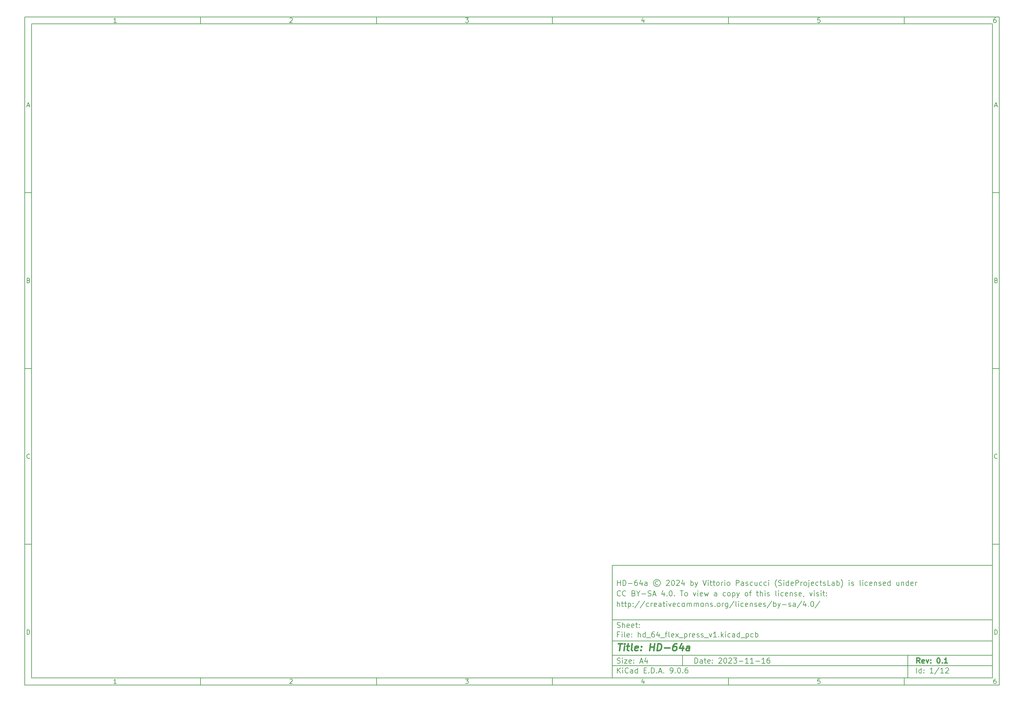
<source format=gbr>
%TF.GenerationSoftware,KiCad,Pcbnew,9.0.6*%
%TF.CreationDate,2025-11-27T00:01:33+01:00*%
%TF.ProjectId,hd_64_flex_press_v1,68645f36-345f-4666-9c65-785f70726573,0.1*%
%TF.SameCoordinates,PXd7966e0PY3c8eee0*%
%TF.FileFunction,Copper,L1,Top*%
%TF.FilePolarity,Positive*%
%FSLAX46Y46*%
G04 Gerber Fmt 4.6, Leading zero omitted, Abs format (unit mm)*
G04 Created by KiCad (PCBNEW 9.0.6) date 2025-11-27 00:01:33*
%MOMM*%
%LPD*%
G01*
G04 APERTURE LIST*
%ADD10C,0.100000*%
%ADD11C,0.150000*%
%ADD12C,0.300000*%
%ADD13C,0.400000*%
G04 APERTURE END LIST*
D10*
D11*
X-49057800Y-102507200D02*
X58942200Y-102507200D01*
X58942200Y-134507200D01*
X-49057800Y-134507200D01*
X-49057800Y-102507200D01*
D10*
D11*
X-216060000Y53500000D02*
X60942200Y53500000D01*
X60942200Y-136507200D01*
X-216060000Y-136507200D01*
X-216060000Y53500000D01*
D10*
D11*
X-214060000Y51500000D02*
X58942200Y51500000D01*
X58942200Y-134507200D01*
X-214060000Y-134507200D01*
X-214060000Y51500000D01*
D10*
D11*
X-166060000Y51500000D02*
X-166060000Y53500000D01*
D10*
D11*
X-116060000Y51500000D02*
X-116060000Y53500000D01*
D10*
D11*
X-66060000Y51500000D02*
X-66060000Y53500000D01*
D10*
D11*
X-16060000Y51500000D02*
X-16060000Y53500000D01*
D10*
D11*
X33940000Y51500000D02*
X33940000Y53500000D01*
D10*
D11*
X-189970840Y51906396D02*
X-190713697Y51906396D01*
X-190342269Y51906396D02*
X-190342269Y53206396D01*
X-190342269Y53206396D02*
X-190466078Y53020681D01*
X-190466078Y53020681D02*
X-190589888Y52896872D01*
X-190589888Y52896872D02*
X-190713697Y52834967D01*
D10*
D11*
X-140713697Y53082586D02*
X-140651793Y53144491D01*
X-140651793Y53144491D02*
X-140527983Y53206396D01*
X-140527983Y53206396D02*
X-140218459Y53206396D01*
X-140218459Y53206396D02*
X-140094650Y53144491D01*
X-140094650Y53144491D02*
X-140032745Y53082586D01*
X-140032745Y53082586D02*
X-139970840Y52958777D01*
X-139970840Y52958777D02*
X-139970840Y52834967D01*
X-139970840Y52834967D02*
X-140032745Y52649253D01*
X-140032745Y52649253D02*
X-140775602Y51906396D01*
X-140775602Y51906396D02*
X-139970840Y51906396D01*
D10*
D11*
X-90775602Y53206396D02*
X-89970840Y53206396D01*
X-89970840Y53206396D02*
X-90404174Y52711158D01*
X-90404174Y52711158D02*
X-90218459Y52711158D01*
X-90218459Y52711158D02*
X-90094650Y52649253D01*
X-90094650Y52649253D02*
X-90032745Y52587348D01*
X-90032745Y52587348D02*
X-89970840Y52463539D01*
X-89970840Y52463539D02*
X-89970840Y52154015D01*
X-89970840Y52154015D02*
X-90032745Y52030205D01*
X-90032745Y52030205D02*
X-90094650Y51968300D01*
X-90094650Y51968300D02*
X-90218459Y51906396D01*
X-90218459Y51906396D02*
X-90589888Y51906396D01*
X-90589888Y51906396D02*
X-90713697Y51968300D01*
X-90713697Y51968300D02*
X-90775602Y52030205D01*
D10*
D11*
X-40094650Y52773062D02*
X-40094650Y51906396D01*
X-40404174Y53268300D02*
X-40713697Y52339729D01*
X-40713697Y52339729D02*
X-39908936Y52339729D01*
D10*
D11*
X9967255Y53206396D02*
X9348207Y53206396D01*
X9348207Y53206396D02*
X9286303Y52587348D01*
X9286303Y52587348D02*
X9348207Y52649253D01*
X9348207Y52649253D02*
X9472017Y52711158D01*
X9472017Y52711158D02*
X9781541Y52711158D01*
X9781541Y52711158D02*
X9905350Y52649253D01*
X9905350Y52649253D02*
X9967255Y52587348D01*
X9967255Y52587348D02*
X10029160Y52463539D01*
X10029160Y52463539D02*
X10029160Y52154015D01*
X10029160Y52154015D02*
X9967255Y52030205D01*
X9967255Y52030205D02*
X9905350Y51968300D01*
X9905350Y51968300D02*
X9781541Y51906396D01*
X9781541Y51906396D02*
X9472017Y51906396D01*
X9472017Y51906396D02*
X9348207Y51968300D01*
X9348207Y51968300D02*
X9286303Y52030205D01*
D10*
D11*
X59905350Y53206396D02*
X59657731Y53206396D01*
X59657731Y53206396D02*
X59533922Y53144491D01*
X59533922Y53144491D02*
X59472017Y53082586D01*
X59472017Y53082586D02*
X59348207Y52896872D01*
X59348207Y52896872D02*
X59286303Y52649253D01*
X59286303Y52649253D02*
X59286303Y52154015D01*
X59286303Y52154015D02*
X59348207Y52030205D01*
X59348207Y52030205D02*
X59410112Y51968300D01*
X59410112Y51968300D02*
X59533922Y51906396D01*
X59533922Y51906396D02*
X59781541Y51906396D01*
X59781541Y51906396D02*
X59905350Y51968300D01*
X59905350Y51968300D02*
X59967255Y52030205D01*
X59967255Y52030205D02*
X60029160Y52154015D01*
X60029160Y52154015D02*
X60029160Y52463539D01*
X60029160Y52463539D02*
X59967255Y52587348D01*
X59967255Y52587348D02*
X59905350Y52649253D01*
X59905350Y52649253D02*
X59781541Y52711158D01*
X59781541Y52711158D02*
X59533922Y52711158D01*
X59533922Y52711158D02*
X59410112Y52649253D01*
X59410112Y52649253D02*
X59348207Y52587348D01*
X59348207Y52587348D02*
X59286303Y52463539D01*
D10*
D11*
X-166060000Y-134507200D02*
X-166060000Y-136507200D01*
D10*
D11*
X-116060000Y-134507200D02*
X-116060000Y-136507200D01*
D10*
D11*
X-66060000Y-134507200D02*
X-66060000Y-136507200D01*
D10*
D11*
X-16060000Y-134507200D02*
X-16060000Y-136507200D01*
D10*
D11*
X33940000Y-134507200D02*
X33940000Y-136507200D01*
D10*
D11*
X-189970840Y-136100804D02*
X-190713697Y-136100804D01*
X-190342269Y-136100804D02*
X-190342269Y-134800804D01*
X-190342269Y-134800804D02*
X-190466078Y-134986519D01*
X-190466078Y-134986519D02*
X-190589888Y-135110328D01*
X-190589888Y-135110328D02*
X-190713697Y-135172233D01*
D10*
D11*
X-140713697Y-134924614D02*
X-140651793Y-134862709D01*
X-140651793Y-134862709D02*
X-140527983Y-134800804D01*
X-140527983Y-134800804D02*
X-140218459Y-134800804D01*
X-140218459Y-134800804D02*
X-140094650Y-134862709D01*
X-140094650Y-134862709D02*
X-140032745Y-134924614D01*
X-140032745Y-134924614D02*
X-139970840Y-135048423D01*
X-139970840Y-135048423D02*
X-139970840Y-135172233D01*
X-139970840Y-135172233D02*
X-140032745Y-135357947D01*
X-140032745Y-135357947D02*
X-140775602Y-136100804D01*
X-140775602Y-136100804D02*
X-139970840Y-136100804D01*
D10*
D11*
X-90775602Y-134800804D02*
X-89970840Y-134800804D01*
X-89970840Y-134800804D02*
X-90404174Y-135296042D01*
X-90404174Y-135296042D02*
X-90218459Y-135296042D01*
X-90218459Y-135296042D02*
X-90094650Y-135357947D01*
X-90094650Y-135357947D02*
X-90032745Y-135419852D01*
X-90032745Y-135419852D02*
X-89970840Y-135543661D01*
X-89970840Y-135543661D02*
X-89970840Y-135853185D01*
X-89970840Y-135853185D02*
X-90032745Y-135976995D01*
X-90032745Y-135976995D02*
X-90094650Y-136038900D01*
X-90094650Y-136038900D02*
X-90218459Y-136100804D01*
X-90218459Y-136100804D02*
X-90589888Y-136100804D01*
X-90589888Y-136100804D02*
X-90713697Y-136038900D01*
X-90713697Y-136038900D02*
X-90775602Y-135976995D01*
D10*
D11*
X-40094650Y-135234138D02*
X-40094650Y-136100804D01*
X-40404174Y-134738900D02*
X-40713697Y-135667471D01*
X-40713697Y-135667471D02*
X-39908936Y-135667471D01*
D10*
D11*
X9967255Y-134800804D02*
X9348207Y-134800804D01*
X9348207Y-134800804D02*
X9286303Y-135419852D01*
X9286303Y-135419852D02*
X9348207Y-135357947D01*
X9348207Y-135357947D02*
X9472017Y-135296042D01*
X9472017Y-135296042D02*
X9781541Y-135296042D01*
X9781541Y-135296042D02*
X9905350Y-135357947D01*
X9905350Y-135357947D02*
X9967255Y-135419852D01*
X9967255Y-135419852D02*
X10029160Y-135543661D01*
X10029160Y-135543661D02*
X10029160Y-135853185D01*
X10029160Y-135853185D02*
X9967255Y-135976995D01*
X9967255Y-135976995D02*
X9905350Y-136038900D01*
X9905350Y-136038900D02*
X9781541Y-136100804D01*
X9781541Y-136100804D02*
X9472017Y-136100804D01*
X9472017Y-136100804D02*
X9348207Y-136038900D01*
X9348207Y-136038900D02*
X9286303Y-135976995D01*
D10*
D11*
X59905350Y-134800804D02*
X59657731Y-134800804D01*
X59657731Y-134800804D02*
X59533922Y-134862709D01*
X59533922Y-134862709D02*
X59472017Y-134924614D01*
X59472017Y-134924614D02*
X59348207Y-135110328D01*
X59348207Y-135110328D02*
X59286303Y-135357947D01*
X59286303Y-135357947D02*
X59286303Y-135853185D01*
X59286303Y-135853185D02*
X59348207Y-135976995D01*
X59348207Y-135976995D02*
X59410112Y-136038900D01*
X59410112Y-136038900D02*
X59533922Y-136100804D01*
X59533922Y-136100804D02*
X59781541Y-136100804D01*
X59781541Y-136100804D02*
X59905350Y-136038900D01*
X59905350Y-136038900D02*
X59967255Y-135976995D01*
X59967255Y-135976995D02*
X60029160Y-135853185D01*
X60029160Y-135853185D02*
X60029160Y-135543661D01*
X60029160Y-135543661D02*
X59967255Y-135419852D01*
X59967255Y-135419852D02*
X59905350Y-135357947D01*
X59905350Y-135357947D02*
X59781541Y-135296042D01*
X59781541Y-135296042D02*
X59533922Y-135296042D01*
X59533922Y-135296042D02*
X59410112Y-135357947D01*
X59410112Y-135357947D02*
X59348207Y-135419852D01*
X59348207Y-135419852D02*
X59286303Y-135543661D01*
D10*
D11*
X-216060000Y3500000D02*
X-214060000Y3500000D01*
D10*
D11*
X-216060000Y-46500000D02*
X-214060000Y-46500000D01*
D10*
D11*
X-216060000Y-96500000D02*
X-214060000Y-96500000D01*
D10*
D11*
X-215369524Y28277824D02*
X-214750477Y28277824D01*
X-215493334Y27906396D02*
X-215060001Y29206396D01*
X-215060001Y29206396D02*
X-214626667Y27906396D01*
D10*
D11*
X-214967143Y-21412652D02*
X-214781429Y-21474557D01*
X-214781429Y-21474557D02*
X-214719524Y-21536461D01*
X-214719524Y-21536461D02*
X-214657620Y-21660271D01*
X-214657620Y-21660271D02*
X-214657620Y-21845985D01*
X-214657620Y-21845985D02*
X-214719524Y-21969795D01*
X-214719524Y-21969795D02*
X-214781429Y-22031700D01*
X-214781429Y-22031700D02*
X-214905239Y-22093604D01*
X-214905239Y-22093604D02*
X-215400477Y-22093604D01*
X-215400477Y-22093604D02*
X-215400477Y-20793604D01*
X-215400477Y-20793604D02*
X-214967143Y-20793604D01*
X-214967143Y-20793604D02*
X-214843334Y-20855509D01*
X-214843334Y-20855509D02*
X-214781429Y-20917414D01*
X-214781429Y-20917414D02*
X-214719524Y-21041223D01*
X-214719524Y-21041223D02*
X-214719524Y-21165033D01*
X-214719524Y-21165033D02*
X-214781429Y-21288842D01*
X-214781429Y-21288842D02*
X-214843334Y-21350747D01*
X-214843334Y-21350747D02*
X-214967143Y-21412652D01*
X-214967143Y-21412652D02*
X-215400477Y-21412652D01*
D10*
D11*
X-214657620Y-71969795D02*
X-214719524Y-72031700D01*
X-214719524Y-72031700D02*
X-214905239Y-72093604D01*
X-214905239Y-72093604D02*
X-215029048Y-72093604D01*
X-215029048Y-72093604D02*
X-215214762Y-72031700D01*
X-215214762Y-72031700D02*
X-215338572Y-71907890D01*
X-215338572Y-71907890D02*
X-215400477Y-71784080D01*
X-215400477Y-71784080D02*
X-215462381Y-71536461D01*
X-215462381Y-71536461D02*
X-215462381Y-71350747D01*
X-215462381Y-71350747D02*
X-215400477Y-71103128D01*
X-215400477Y-71103128D02*
X-215338572Y-70979319D01*
X-215338572Y-70979319D02*
X-215214762Y-70855509D01*
X-215214762Y-70855509D02*
X-215029048Y-70793604D01*
X-215029048Y-70793604D02*
X-214905239Y-70793604D01*
X-214905239Y-70793604D02*
X-214719524Y-70855509D01*
X-214719524Y-70855509D02*
X-214657620Y-70917414D01*
D10*
D11*
X-215400477Y-122093604D02*
X-215400477Y-120793604D01*
X-215400477Y-120793604D02*
X-215090953Y-120793604D01*
X-215090953Y-120793604D02*
X-214905239Y-120855509D01*
X-214905239Y-120855509D02*
X-214781429Y-120979319D01*
X-214781429Y-120979319D02*
X-214719524Y-121103128D01*
X-214719524Y-121103128D02*
X-214657620Y-121350747D01*
X-214657620Y-121350747D02*
X-214657620Y-121536461D01*
X-214657620Y-121536461D02*
X-214719524Y-121784080D01*
X-214719524Y-121784080D02*
X-214781429Y-121907890D01*
X-214781429Y-121907890D02*
X-214905239Y-122031700D01*
X-214905239Y-122031700D02*
X-215090953Y-122093604D01*
X-215090953Y-122093604D02*
X-215400477Y-122093604D01*
D10*
D11*
X60942200Y3500000D02*
X58942200Y3500000D01*
D10*
D11*
X60942200Y-46500000D02*
X58942200Y-46500000D01*
D10*
D11*
X60942200Y-96500000D02*
X58942200Y-96500000D01*
D10*
D11*
X59632676Y28277824D02*
X60251723Y28277824D01*
X59508866Y27906396D02*
X59942199Y29206396D01*
X59942199Y29206396D02*
X60375533Y27906396D01*
D10*
D11*
X60035057Y-21412652D02*
X60220771Y-21474557D01*
X60220771Y-21474557D02*
X60282676Y-21536461D01*
X60282676Y-21536461D02*
X60344580Y-21660271D01*
X60344580Y-21660271D02*
X60344580Y-21845985D01*
X60344580Y-21845985D02*
X60282676Y-21969795D01*
X60282676Y-21969795D02*
X60220771Y-22031700D01*
X60220771Y-22031700D02*
X60096961Y-22093604D01*
X60096961Y-22093604D02*
X59601723Y-22093604D01*
X59601723Y-22093604D02*
X59601723Y-20793604D01*
X59601723Y-20793604D02*
X60035057Y-20793604D01*
X60035057Y-20793604D02*
X60158866Y-20855509D01*
X60158866Y-20855509D02*
X60220771Y-20917414D01*
X60220771Y-20917414D02*
X60282676Y-21041223D01*
X60282676Y-21041223D02*
X60282676Y-21165033D01*
X60282676Y-21165033D02*
X60220771Y-21288842D01*
X60220771Y-21288842D02*
X60158866Y-21350747D01*
X60158866Y-21350747D02*
X60035057Y-21412652D01*
X60035057Y-21412652D02*
X59601723Y-21412652D01*
D10*
D11*
X60344580Y-71969795D02*
X60282676Y-72031700D01*
X60282676Y-72031700D02*
X60096961Y-72093604D01*
X60096961Y-72093604D02*
X59973152Y-72093604D01*
X59973152Y-72093604D02*
X59787438Y-72031700D01*
X59787438Y-72031700D02*
X59663628Y-71907890D01*
X59663628Y-71907890D02*
X59601723Y-71784080D01*
X59601723Y-71784080D02*
X59539819Y-71536461D01*
X59539819Y-71536461D02*
X59539819Y-71350747D01*
X59539819Y-71350747D02*
X59601723Y-71103128D01*
X59601723Y-71103128D02*
X59663628Y-70979319D01*
X59663628Y-70979319D02*
X59787438Y-70855509D01*
X59787438Y-70855509D02*
X59973152Y-70793604D01*
X59973152Y-70793604D02*
X60096961Y-70793604D01*
X60096961Y-70793604D02*
X60282676Y-70855509D01*
X60282676Y-70855509D02*
X60344580Y-70917414D01*
D10*
D11*
X59601723Y-122093604D02*
X59601723Y-120793604D01*
X59601723Y-120793604D02*
X59911247Y-120793604D01*
X59911247Y-120793604D02*
X60096961Y-120855509D01*
X60096961Y-120855509D02*
X60220771Y-120979319D01*
X60220771Y-120979319D02*
X60282676Y-121103128D01*
X60282676Y-121103128D02*
X60344580Y-121350747D01*
X60344580Y-121350747D02*
X60344580Y-121536461D01*
X60344580Y-121536461D02*
X60282676Y-121784080D01*
X60282676Y-121784080D02*
X60220771Y-121907890D01*
X60220771Y-121907890D02*
X60096961Y-122031700D01*
X60096961Y-122031700D02*
X59911247Y-122093604D01*
X59911247Y-122093604D02*
X59601723Y-122093604D01*
D10*
D11*
X-25601974Y-130293328D02*
X-25601974Y-128793328D01*
X-25601974Y-128793328D02*
X-25244831Y-128793328D01*
X-25244831Y-128793328D02*
X-25030545Y-128864757D01*
X-25030545Y-128864757D02*
X-24887688Y-129007614D01*
X-24887688Y-129007614D02*
X-24816259Y-129150471D01*
X-24816259Y-129150471D02*
X-24744831Y-129436185D01*
X-24744831Y-129436185D02*
X-24744831Y-129650471D01*
X-24744831Y-129650471D02*
X-24816259Y-129936185D01*
X-24816259Y-129936185D02*
X-24887688Y-130079042D01*
X-24887688Y-130079042D02*
X-25030545Y-130221900D01*
X-25030545Y-130221900D02*
X-25244831Y-130293328D01*
X-25244831Y-130293328D02*
X-25601974Y-130293328D01*
X-23459116Y-130293328D02*
X-23459116Y-129507614D01*
X-23459116Y-129507614D02*
X-23530545Y-129364757D01*
X-23530545Y-129364757D02*
X-23673402Y-129293328D01*
X-23673402Y-129293328D02*
X-23959116Y-129293328D01*
X-23959116Y-129293328D02*
X-24101974Y-129364757D01*
X-23459116Y-130221900D02*
X-23601974Y-130293328D01*
X-23601974Y-130293328D02*
X-23959116Y-130293328D01*
X-23959116Y-130293328D02*
X-24101974Y-130221900D01*
X-24101974Y-130221900D02*
X-24173402Y-130079042D01*
X-24173402Y-130079042D02*
X-24173402Y-129936185D01*
X-24173402Y-129936185D02*
X-24101974Y-129793328D01*
X-24101974Y-129793328D02*
X-23959116Y-129721900D01*
X-23959116Y-129721900D02*
X-23601974Y-129721900D01*
X-23601974Y-129721900D02*
X-23459116Y-129650471D01*
X-22959116Y-129293328D02*
X-22387688Y-129293328D01*
X-22744831Y-128793328D02*
X-22744831Y-130079042D01*
X-22744831Y-130079042D02*
X-22673402Y-130221900D01*
X-22673402Y-130221900D02*
X-22530545Y-130293328D01*
X-22530545Y-130293328D02*
X-22387688Y-130293328D01*
X-21316259Y-130221900D02*
X-21459116Y-130293328D01*
X-21459116Y-130293328D02*
X-21744830Y-130293328D01*
X-21744830Y-130293328D02*
X-21887688Y-130221900D01*
X-21887688Y-130221900D02*
X-21959116Y-130079042D01*
X-21959116Y-130079042D02*
X-21959116Y-129507614D01*
X-21959116Y-129507614D02*
X-21887688Y-129364757D01*
X-21887688Y-129364757D02*
X-21744830Y-129293328D01*
X-21744830Y-129293328D02*
X-21459116Y-129293328D01*
X-21459116Y-129293328D02*
X-21316259Y-129364757D01*
X-21316259Y-129364757D02*
X-21244830Y-129507614D01*
X-21244830Y-129507614D02*
X-21244830Y-129650471D01*
X-21244830Y-129650471D02*
X-21959116Y-129793328D01*
X-20601974Y-130150471D02*
X-20530545Y-130221900D01*
X-20530545Y-130221900D02*
X-20601974Y-130293328D01*
X-20601974Y-130293328D02*
X-20673402Y-130221900D01*
X-20673402Y-130221900D02*
X-20601974Y-130150471D01*
X-20601974Y-130150471D02*
X-20601974Y-130293328D01*
X-20601974Y-129364757D02*
X-20530545Y-129436185D01*
X-20530545Y-129436185D02*
X-20601974Y-129507614D01*
X-20601974Y-129507614D02*
X-20673402Y-129436185D01*
X-20673402Y-129436185D02*
X-20601974Y-129364757D01*
X-20601974Y-129364757D02*
X-20601974Y-129507614D01*
X-18816259Y-128936185D02*
X-18744831Y-128864757D01*
X-18744831Y-128864757D02*
X-18601973Y-128793328D01*
X-18601973Y-128793328D02*
X-18244831Y-128793328D01*
X-18244831Y-128793328D02*
X-18101973Y-128864757D01*
X-18101973Y-128864757D02*
X-18030545Y-128936185D01*
X-18030545Y-128936185D02*
X-17959116Y-129079042D01*
X-17959116Y-129079042D02*
X-17959116Y-129221900D01*
X-17959116Y-129221900D02*
X-18030545Y-129436185D01*
X-18030545Y-129436185D02*
X-18887688Y-130293328D01*
X-18887688Y-130293328D02*
X-17959116Y-130293328D01*
X-17030545Y-128793328D02*
X-16887688Y-128793328D01*
X-16887688Y-128793328D02*
X-16744831Y-128864757D01*
X-16744831Y-128864757D02*
X-16673402Y-128936185D01*
X-16673402Y-128936185D02*
X-16601974Y-129079042D01*
X-16601974Y-129079042D02*
X-16530545Y-129364757D01*
X-16530545Y-129364757D02*
X-16530545Y-129721900D01*
X-16530545Y-129721900D02*
X-16601974Y-130007614D01*
X-16601974Y-130007614D02*
X-16673402Y-130150471D01*
X-16673402Y-130150471D02*
X-16744831Y-130221900D01*
X-16744831Y-130221900D02*
X-16887688Y-130293328D01*
X-16887688Y-130293328D02*
X-17030545Y-130293328D01*
X-17030545Y-130293328D02*
X-17173402Y-130221900D01*
X-17173402Y-130221900D02*
X-17244831Y-130150471D01*
X-17244831Y-130150471D02*
X-17316260Y-130007614D01*
X-17316260Y-130007614D02*
X-17387688Y-129721900D01*
X-17387688Y-129721900D02*
X-17387688Y-129364757D01*
X-17387688Y-129364757D02*
X-17316260Y-129079042D01*
X-17316260Y-129079042D02*
X-17244831Y-128936185D01*
X-17244831Y-128936185D02*
X-17173402Y-128864757D01*
X-17173402Y-128864757D02*
X-17030545Y-128793328D01*
X-15959117Y-128936185D02*
X-15887689Y-128864757D01*
X-15887689Y-128864757D02*
X-15744831Y-128793328D01*
X-15744831Y-128793328D02*
X-15387689Y-128793328D01*
X-15387689Y-128793328D02*
X-15244831Y-128864757D01*
X-15244831Y-128864757D02*
X-15173403Y-128936185D01*
X-15173403Y-128936185D02*
X-15101974Y-129079042D01*
X-15101974Y-129079042D02*
X-15101974Y-129221900D01*
X-15101974Y-129221900D02*
X-15173403Y-129436185D01*
X-15173403Y-129436185D02*
X-16030546Y-130293328D01*
X-16030546Y-130293328D02*
X-15101974Y-130293328D01*
X-14601975Y-128793328D02*
X-13673403Y-128793328D01*
X-13673403Y-128793328D02*
X-14173403Y-129364757D01*
X-14173403Y-129364757D02*
X-13959118Y-129364757D01*
X-13959118Y-129364757D02*
X-13816260Y-129436185D01*
X-13816260Y-129436185D02*
X-13744832Y-129507614D01*
X-13744832Y-129507614D02*
X-13673403Y-129650471D01*
X-13673403Y-129650471D02*
X-13673403Y-130007614D01*
X-13673403Y-130007614D02*
X-13744832Y-130150471D01*
X-13744832Y-130150471D02*
X-13816260Y-130221900D01*
X-13816260Y-130221900D02*
X-13959118Y-130293328D01*
X-13959118Y-130293328D02*
X-14387689Y-130293328D01*
X-14387689Y-130293328D02*
X-14530546Y-130221900D01*
X-14530546Y-130221900D02*
X-14601975Y-130150471D01*
X-13030547Y-129721900D02*
X-11887689Y-129721900D01*
X-10387689Y-130293328D02*
X-11244832Y-130293328D01*
X-10816261Y-130293328D02*
X-10816261Y-128793328D01*
X-10816261Y-128793328D02*
X-10959118Y-129007614D01*
X-10959118Y-129007614D02*
X-11101975Y-129150471D01*
X-11101975Y-129150471D02*
X-11244832Y-129221900D01*
X-8959118Y-130293328D02*
X-9816261Y-130293328D01*
X-9387690Y-130293328D02*
X-9387690Y-128793328D01*
X-9387690Y-128793328D02*
X-9530547Y-129007614D01*
X-9530547Y-129007614D02*
X-9673404Y-129150471D01*
X-9673404Y-129150471D02*
X-9816261Y-129221900D01*
X-8316262Y-129721900D02*
X-7173404Y-129721900D01*
X-5673404Y-130293328D02*
X-6530547Y-130293328D01*
X-6101976Y-130293328D02*
X-6101976Y-128793328D01*
X-6101976Y-128793328D02*
X-6244833Y-129007614D01*
X-6244833Y-129007614D02*
X-6387690Y-129150471D01*
X-6387690Y-129150471D02*
X-6530547Y-129221900D01*
X-4387690Y-128793328D02*
X-4673405Y-128793328D01*
X-4673405Y-128793328D02*
X-4816262Y-128864757D01*
X-4816262Y-128864757D02*
X-4887690Y-128936185D01*
X-4887690Y-128936185D02*
X-5030548Y-129150471D01*
X-5030548Y-129150471D02*
X-5101976Y-129436185D01*
X-5101976Y-129436185D02*
X-5101976Y-130007614D01*
X-5101976Y-130007614D02*
X-5030548Y-130150471D01*
X-5030548Y-130150471D02*
X-4959119Y-130221900D01*
X-4959119Y-130221900D02*
X-4816262Y-130293328D01*
X-4816262Y-130293328D02*
X-4530548Y-130293328D01*
X-4530548Y-130293328D02*
X-4387690Y-130221900D01*
X-4387690Y-130221900D02*
X-4316262Y-130150471D01*
X-4316262Y-130150471D02*
X-4244833Y-130007614D01*
X-4244833Y-130007614D02*
X-4244833Y-129650471D01*
X-4244833Y-129650471D02*
X-4316262Y-129507614D01*
X-4316262Y-129507614D02*
X-4387690Y-129436185D01*
X-4387690Y-129436185D02*
X-4530548Y-129364757D01*
X-4530548Y-129364757D02*
X-4816262Y-129364757D01*
X-4816262Y-129364757D02*
X-4959119Y-129436185D01*
X-4959119Y-129436185D02*
X-5030548Y-129507614D01*
X-5030548Y-129507614D02*
X-5101976Y-129650471D01*
D10*
D11*
X-49057800Y-131007200D02*
X58942200Y-131007200D01*
D10*
D11*
X-47601974Y-133093328D02*
X-47601974Y-131593328D01*
X-46744831Y-133093328D02*
X-47387688Y-132236185D01*
X-46744831Y-131593328D02*
X-47601974Y-132450471D01*
X-46101974Y-133093328D02*
X-46101974Y-132093328D01*
X-46101974Y-131593328D02*
X-46173402Y-131664757D01*
X-46173402Y-131664757D02*
X-46101974Y-131736185D01*
X-46101974Y-131736185D02*
X-46030545Y-131664757D01*
X-46030545Y-131664757D02*
X-46101974Y-131593328D01*
X-46101974Y-131593328D02*
X-46101974Y-131736185D01*
X-44530545Y-132950471D02*
X-44601973Y-133021900D01*
X-44601973Y-133021900D02*
X-44816259Y-133093328D01*
X-44816259Y-133093328D02*
X-44959116Y-133093328D01*
X-44959116Y-133093328D02*
X-45173402Y-133021900D01*
X-45173402Y-133021900D02*
X-45316259Y-132879042D01*
X-45316259Y-132879042D02*
X-45387688Y-132736185D01*
X-45387688Y-132736185D02*
X-45459116Y-132450471D01*
X-45459116Y-132450471D02*
X-45459116Y-132236185D01*
X-45459116Y-132236185D02*
X-45387688Y-131950471D01*
X-45387688Y-131950471D02*
X-45316259Y-131807614D01*
X-45316259Y-131807614D02*
X-45173402Y-131664757D01*
X-45173402Y-131664757D02*
X-44959116Y-131593328D01*
X-44959116Y-131593328D02*
X-44816259Y-131593328D01*
X-44816259Y-131593328D02*
X-44601973Y-131664757D01*
X-44601973Y-131664757D02*
X-44530545Y-131736185D01*
X-43244830Y-133093328D02*
X-43244830Y-132307614D01*
X-43244830Y-132307614D02*
X-43316259Y-132164757D01*
X-43316259Y-132164757D02*
X-43459116Y-132093328D01*
X-43459116Y-132093328D02*
X-43744830Y-132093328D01*
X-43744830Y-132093328D02*
X-43887688Y-132164757D01*
X-43244830Y-133021900D02*
X-43387688Y-133093328D01*
X-43387688Y-133093328D02*
X-43744830Y-133093328D01*
X-43744830Y-133093328D02*
X-43887688Y-133021900D01*
X-43887688Y-133021900D02*
X-43959116Y-132879042D01*
X-43959116Y-132879042D02*
X-43959116Y-132736185D01*
X-43959116Y-132736185D02*
X-43887688Y-132593328D01*
X-43887688Y-132593328D02*
X-43744830Y-132521900D01*
X-43744830Y-132521900D02*
X-43387688Y-132521900D01*
X-43387688Y-132521900D02*
X-43244830Y-132450471D01*
X-41887687Y-133093328D02*
X-41887687Y-131593328D01*
X-41887687Y-133021900D02*
X-42030545Y-133093328D01*
X-42030545Y-133093328D02*
X-42316259Y-133093328D01*
X-42316259Y-133093328D02*
X-42459116Y-133021900D01*
X-42459116Y-133021900D02*
X-42530545Y-132950471D01*
X-42530545Y-132950471D02*
X-42601973Y-132807614D01*
X-42601973Y-132807614D02*
X-42601973Y-132379042D01*
X-42601973Y-132379042D02*
X-42530545Y-132236185D01*
X-42530545Y-132236185D02*
X-42459116Y-132164757D01*
X-42459116Y-132164757D02*
X-42316259Y-132093328D01*
X-42316259Y-132093328D02*
X-42030545Y-132093328D01*
X-42030545Y-132093328D02*
X-41887687Y-132164757D01*
X-40030545Y-132307614D02*
X-39530545Y-132307614D01*
X-39316259Y-133093328D02*
X-40030545Y-133093328D01*
X-40030545Y-133093328D02*
X-40030545Y-131593328D01*
X-40030545Y-131593328D02*
X-39316259Y-131593328D01*
X-38673402Y-132950471D02*
X-38601973Y-133021900D01*
X-38601973Y-133021900D02*
X-38673402Y-133093328D01*
X-38673402Y-133093328D02*
X-38744830Y-133021900D01*
X-38744830Y-133021900D02*
X-38673402Y-132950471D01*
X-38673402Y-132950471D02*
X-38673402Y-133093328D01*
X-37959116Y-133093328D02*
X-37959116Y-131593328D01*
X-37959116Y-131593328D02*
X-37601973Y-131593328D01*
X-37601973Y-131593328D02*
X-37387687Y-131664757D01*
X-37387687Y-131664757D02*
X-37244830Y-131807614D01*
X-37244830Y-131807614D02*
X-37173401Y-131950471D01*
X-37173401Y-131950471D02*
X-37101973Y-132236185D01*
X-37101973Y-132236185D02*
X-37101973Y-132450471D01*
X-37101973Y-132450471D02*
X-37173401Y-132736185D01*
X-37173401Y-132736185D02*
X-37244830Y-132879042D01*
X-37244830Y-132879042D02*
X-37387687Y-133021900D01*
X-37387687Y-133021900D02*
X-37601973Y-133093328D01*
X-37601973Y-133093328D02*
X-37959116Y-133093328D01*
X-36459116Y-132950471D02*
X-36387687Y-133021900D01*
X-36387687Y-133021900D02*
X-36459116Y-133093328D01*
X-36459116Y-133093328D02*
X-36530544Y-133021900D01*
X-36530544Y-133021900D02*
X-36459116Y-132950471D01*
X-36459116Y-132950471D02*
X-36459116Y-133093328D01*
X-35816258Y-132664757D02*
X-35101972Y-132664757D01*
X-35959115Y-133093328D02*
X-35459115Y-131593328D01*
X-35459115Y-131593328D02*
X-34959115Y-133093328D01*
X-34459116Y-132950471D02*
X-34387687Y-133021900D01*
X-34387687Y-133021900D02*
X-34459116Y-133093328D01*
X-34459116Y-133093328D02*
X-34530544Y-133021900D01*
X-34530544Y-133021900D02*
X-34459116Y-132950471D01*
X-34459116Y-132950471D02*
X-34459116Y-133093328D01*
X-32530544Y-133093328D02*
X-32244830Y-133093328D01*
X-32244830Y-133093328D02*
X-32101973Y-133021900D01*
X-32101973Y-133021900D02*
X-32030544Y-132950471D01*
X-32030544Y-132950471D02*
X-31887687Y-132736185D01*
X-31887687Y-132736185D02*
X-31816258Y-132450471D01*
X-31816258Y-132450471D02*
X-31816258Y-131879042D01*
X-31816258Y-131879042D02*
X-31887687Y-131736185D01*
X-31887687Y-131736185D02*
X-31959115Y-131664757D01*
X-31959115Y-131664757D02*
X-32101973Y-131593328D01*
X-32101973Y-131593328D02*
X-32387687Y-131593328D01*
X-32387687Y-131593328D02*
X-32530544Y-131664757D01*
X-32530544Y-131664757D02*
X-32601973Y-131736185D01*
X-32601973Y-131736185D02*
X-32673401Y-131879042D01*
X-32673401Y-131879042D02*
X-32673401Y-132236185D01*
X-32673401Y-132236185D02*
X-32601973Y-132379042D01*
X-32601973Y-132379042D02*
X-32530544Y-132450471D01*
X-32530544Y-132450471D02*
X-32387687Y-132521900D01*
X-32387687Y-132521900D02*
X-32101973Y-132521900D01*
X-32101973Y-132521900D02*
X-31959115Y-132450471D01*
X-31959115Y-132450471D02*
X-31887687Y-132379042D01*
X-31887687Y-132379042D02*
X-31816258Y-132236185D01*
X-31173402Y-132950471D02*
X-31101973Y-133021900D01*
X-31101973Y-133021900D02*
X-31173402Y-133093328D01*
X-31173402Y-133093328D02*
X-31244830Y-133021900D01*
X-31244830Y-133021900D02*
X-31173402Y-132950471D01*
X-31173402Y-132950471D02*
X-31173402Y-133093328D01*
X-30173401Y-131593328D02*
X-30030544Y-131593328D01*
X-30030544Y-131593328D02*
X-29887687Y-131664757D01*
X-29887687Y-131664757D02*
X-29816258Y-131736185D01*
X-29816258Y-131736185D02*
X-29744830Y-131879042D01*
X-29744830Y-131879042D02*
X-29673401Y-132164757D01*
X-29673401Y-132164757D02*
X-29673401Y-132521900D01*
X-29673401Y-132521900D02*
X-29744830Y-132807614D01*
X-29744830Y-132807614D02*
X-29816258Y-132950471D01*
X-29816258Y-132950471D02*
X-29887687Y-133021900D01*
X-29887687Y-133021900D02*
X-30030544Y-133093328D01*
X-30030544Y-133093328D02*
X-30173401Y-133093328D01*
X-30173401Y-133093328D02*
X-30316258Y-133021900D01*
X-30316258Y-133021900D02*
X-30387687Y-132950471D01*
X-30387687Y-132950471D02*
X-30459116Y-132807614D01*
X-30459116Y-132807614D02*
X-30530544Y-132521900D01*
X-30530544Y-132521900D02*
X-30530544Y-132164757D01*
X-30530544Y-132164757D02*
X-30459116Y-131879042D01*
X-30459116Y-131879042D02*
X-30387687Y-131736185D01*
X-30387687Y-131736185D02*
X-30316258Y-131664757D01*
X-30316258Y-131664757D02*
X-30173401Y-131593328D01*
X-29030545Y-132950471D02*
X-28959116Y-133021900D01*
X-28959116Y-133021900D02*
X-29030545Y-133093328D01*
X-29030545Y-133093328D02*
X-29101973Y-133021900D01*
X-29101973Y-133021900D02*
X-29030545Y-132950471D01*
X-29030545Y-132950471D02*
X-29030545Y-133093328D01*
X-27673401Y-131593328D02*
X-27959116Y-131593328D01*
X-27959116Y-131593328D02*
X-28101973Y-131664757D01*
X-28101973Y-131664757D02*
X-28173401Y-131736185D01*
X-28173401Y-131736185D02*
X-28316259Y-131950471D01*
X-28316259Y-131950471D02*
X-28387687Y-132236185D01*
X-28387687Y-132236185D02*
X-28387687Y-132807614D01*
X-28387687Y-132807614D02*
X-28316259Y-132950471D01*
X-28316259Y-132950471D02*
X-28244830Y-133021900D01*
X-28244830Y-133021900D02*
X-28101973Y-133093328D01*
X-28101973Y-133093328D02*
X-27816259Y-133093328D01*
X-27816259Y-133093328D02*
X-27673401Y-133021900D01*
X-27673401Y-133021900D02*
X-27601973Y-132950471D01*
X-27601973Y-132950471D02*
X-27530544Y-132807614D01*
X-27530544Y-132807614D02*
X-27530544Y-132450471D01*
X-27530544Y-132450471D02*
X-27601973Y-132307614D01*
X-27601973Y-132307614D02*
X-27673401Y-132236185D01*
X-27673401Y-132236185D02*
X-27816259Y-132164757D01*
X-27816259Y-132164757D02*
X-28101973Y-132164757D01*
X-28101973Y-132164757D02*
X-28244830Y-132236185D01*
X-28244830Y-132236185D02*
X-28316259Y-132307614D01*
X-28316259Y-132307614D02*
X-28387687Y-132450471D01*
D10*
D11*
X-49057800Y-128007200D02*
X58942200Y-128007200D01*
D10*
D12*
X38353853Y-130285528D02*
X37853853Y-129571242D01*
X37496710Y-130285528D02*
X37496710Y-128785528D01*
X37496710Y-128785528D02*
X38068139Y-128785528D01*
X38068139Y-128785528D02*
X38210996Y-128856957D01*
X38210996Y-128856957D02*
X38282425Y-128928385D01*
X38282425Y-128928385D02*
X38353853Y-129071242D01*
X38353853Y-129071242D02*
X38353853Y-129285528D01*
X38353853Y-129285528D02*
X38282425Y-129428385D01*
X38282425Y-129428385D02*
X38210996Y-129499814D01*
X38210996Y-129499814D02*
X38068139Y-129571242D01*
X38068139Y-129571242D02*
X37496710Y-129571242D01*
X39568139Y-130214100D02*
X39425282Y-130285528D01*
X39425282Y-130285528D02*
X39139568Y-130285528D01*
X39139568Y-130285528D02*
X38996710Y-130214100D01*
X38996710Y-130214100D02*
X38925282Y-130071242D01*
X38925282Y-130071242D02*
X38925282Y-129499814D01*
X38925282Y-129499814D02*
X38996710Y-129356957D01*
X38996710Y-129356957D02*
X39139568Y-129285528D01*
X39139568Y-129285528D02*
X39425282Y-129285528D01*
X39425282Y-129285528D02*
X39568139Y-129356957D01*
X39568139Y-129356957D02*
X39639568Y-129499814D01*
X39639568Y-129499814D02*
X39639568Y-129642671D01*
X39639568Y-129642671D02*
X38925282Y-129785528D01*
X40139567Y-129285528D02*
X40496710Y-130285528D01*
X40496710Y-130285528D02*
X40853853Y-129285528D01*
X41425281Y-130142671D02*
X41496710Y-130214100D01*
X41496710Y-130214100D02*
X41425281Y-130285528D01*
X41425281Y-130285528D02*
X41353853Y-130214100D01*
X41353853Y-130214100D02*
X41425281Y-130142671D01*
X41425281Y-130142671D02*
X41425281Y-130285528D01*
X41425281Y-129356957D02*
X41496710Y-129428385D01*
X41496710Y-129428385D02*
X41425281Y-129499814D01*
X41425281Y-129499814D02*
X41353853Y-129428385D01*
X41353853Y-129428385D02*
X41425281Y-129356957D01*
X41425281Y-129356957D02*
X41425281Y-129499814D01*
X43568139Y-128785528D02*
X43710996Y-128785528D01*
X43710996Y-128785528D02*
X43853853Y-128856957D01*
X43853853Y-128856957D02*
X43925282Y-128928385D01*
X43925282Y-128928385D02*
X43996710Y-129071242D01*
X43996710Y-129071242D02*
X44068139Y-129356957D01*
X44068139Y-129356957D02*
X44068139Y-129714100D01*
X44068139Y-129714100D02*
X43996710Y-129999814D01*
X43996710Y-129999814D02*
X43925282Y-130142671D01*
X43925282Y-130142671D02*
X43853853Y-130214100D01*
X43853853Y-130214100D02*
X43710996Y-130285528D01*
X43710996Y-130285528D02*
X43568139Y-130285528D01*
X43568139Y-130285528D02*
X43425282Y-130214100D01*
X43425282Y-130214100D02*
X43353853Y-130142671D01*
X43353853Y-130142671D02*
X43282424Y-129999814D01*
X43282424Y-129999814D02*
X43210996Y-129714100D01*
X43210996Y-129714100D02*
X43210996Y-129356957D01*
X43210996Y-129356957D02*
X43282424Y-129071242D01*
X43282424Y-129071242D02*
X43353853Y-128928385D01*
X43353853Y-128928385D02*
X43425282Y-128856957D01*
X43425282Y-128856957D02*
X43568139Y-128785528D01*
X44710995Y-130142671D02*
X44782424Y-130214100D01*
X44782424Y-130214100D02*
X44710995Y-130285528D01*
X44710995Y-130285528D02*
X44639567Y-130214100D01*
X44639567Y-130214100D02*
X44710995Y-130142671D01*
X44710995Y-130142671D02*
X44710995Y-130285528D01*
X46210996Y-130285528D02*
X45353853Y-130285528D01*
X45782424Y-130285528D02*
X45782424Y-128785528D01*
X45782424Y-128785528D02*
X45639567Y-128999814D01*
X45639567Y-128999814D02*
X45496710Y-129142671D01*
X45496710Y-129142671D02*
X45353853Y-129214100D01*
D10*
D11*
X-47673402Y-130221900D02*
X-47459116Y-130293328D01*
X-47459116Y-130293328D02*
X-47101974Y-130293328D01*
X-47101974Y-130293328D02*
X-46959116Y-130221900D01*
X-46959116Y-130221900D02*
X-46887688Y-130150471D01*
X-46887688Y-130150471D02*
X-46816259Y-130007614D01*
X-46816259Y-130007614D02*
X-46816259Y-129864757D01*
X-46816259Y-129864757D02*
X-46887688Y-129721900D01*
X-46887688Y-129721900D02*
X-46959116Y-129650471D01*
X-46959116Y-129650471D02*
X-47101974Y-129579042D01*
X-47101974Y-129579042D02*
X-47387688Y-129507614D01*
X-47387688Y-129507614D02*
X-47530545Y-129436185D01*
X-47530545Y-129436185D02*
X-47601974Y-129364757D01*
X-47601974Y-129364757D02*
X-47673402Y-129221900D01*
X-47673402Y-129221900D02*
X-47673402Y-129079042D01*
X-47673402Y-129079042D02*
X-47601974Y-128936185D01*
X-47601974Y-128936185D02*
X-47530545Y-128864757D01*
X-47530545Y-128864757D02*
X-47387688Y-128793328D01*
X-47387688Y-128793328D02*
X-47030545Y-128793328D01*
X-47030545Y-128793328D02*
X-46816259Y-128864757D01*
X-46173403Y-130293328D02*
X-46173403Y-129293328D01*
X-46173403Y-128793328D02*
X-46244831Y-128864757D01*
X-46244831Y-128864757D02*
X-46173403Y-128936185D01*
X-46173403Y-128936185D02*
X-46101974Y-128864757D01*
X-46101974Y-128864757D02*
X-46173403Y-128793328D01*
X-46173403Y-128793328D02*
X-46173403Y-128936185D01*
X-45601974Y-129293328D02*
X-44816259Y-129293328D01*
X-44816259Y-129293328D02*
X-45601974Y-130293328D01*
X-45601974Y-130293328D02*
X-44816259Y-130293328D01*
X-43673402Y-130221900D02*
X-43816259Y-130293328D01*
X-43816259Y-130293328D02*
X-44101973Y-130293328D01*
X-44101973Y-130293328D02*
X-44244831Y-130221900D01*
X-44244831Y-130221900D02*
X-44316259Y-130079042D01*
X-44316259Y-130079042D02*
X-44316259Y-129507614D01*
X-44316259Y-129507614D02*
X-44244831Y-129364757D01*
X-44244831Y-129364757D02*
X-44101973Y-129293328D01*
X-44101973Y-129293328D02*
X-43816259Y-129293328D01*
X-43816259Y-129293328D02*
X-43673402Y-129364757D01*
X-43673402Y-129364757D02*
X-43601973Y-129507614D01*
X-43601973Y-129507614D02*
X-43601973Y-129650471D01*
X-43601973Y-129650471D02*
X-44316259Y-129793328D01*
X-42959117Y-130150471D02*
X-42887688Y-130221900D01*
X-42887688Y-130221900D02*
X-42959117Y-130293328D01*
X-42959117Y-130293328D02*
X-43030545Y-130221900D01*
X-43030545Y-130221900D02*
X-42959117Y-130150471D01*
X-42959117Y-130150471D02*
X-42959117Y-130293328D01*
X-42959117Y-129364757D02*
X-42887688Y-129436185D01*
X-42887688Y-129436185D02*
X-42959117Y-129507614D01*
X-42959117Y-129507614D02*
X-43030545Y-129436185D01*
X-43030545Y-129436185D02*
X-42959117Y-129364757D01*
X-42959117Y-129364757D02*
X-42959117Y-129507614D01*
X-41173402Y-129864757D02*
X-40459116Y-129864757D01*
X-41316259Y-130293328D02*
X-40816259Y-128793328D01*
X-40816259Y-128793328D02*
X-40316259Y-130293328D01*
X-39173402Y-129293328D02*
X-39173402Y-130293328D01*
X-39530545Y-128721900D02*
X-39887688Y-129793328D01*
X-39887688Y-129793328D02*
X-38959117Y-129793328D01*
D10*
D11*
X37398026Y-133093328D02*
X37398026Y-131593328D01*
X38755170Y-133093328D02*
X38755170Y-131593328D01*
X38755170Y-133021900D02*
X38612312Y-133093328D01*
X38612312Y-133093328D02*
X38326598Y-133093328D01*
X38326598Y-133093328D02*
X38183741Y-133021900D01*
X38183741Y-133021900D02*
X38112312Y-132950471D01*
X38112312Y-132950471D02*
X38040884Y-132807614D01*
X38040884Y-132807614D02*
X38040884Y-132379042D01*
X38040884Y-132379042D02*
X38112312Y-132236185D01*
X38112312Y-132236185D02*
X38183741Y-132164757D01*
X38183741Y-132164757D02*
X38326598Y-132093328D01*
X38326598Y-132093328D02*
X38612312Y-132093328D01*
X38612312Y-132093328D02*
X38755170Y-132164757D01*
X39469455Y-132950471D02*
X39540884Y-133021900D01*
X39540884Y-133021900D02*
X39469455Y-133093328D01*
X39469455Y-133093328D02*
X39398027Y-133021900D01*
X39398027Y-133021900D02*
X39469455Y-132950471D01*
X39469455Y-132950471D02*
X39469455Y-133093328D01*
X39469455Y-132164757D02*
X39540884Y-132236185D01*
X39540884Y-132236185D02*
X39469455Y-132307614D01*
X39469455Y-132307614D02*
X39398027Y-132236185D01*
X39398027Y-132236185D02*
X39469455Y-132164757D01*
X39469455Y-132164757D02*
X39469455Y-132307614D01*
X42112313Y-133093328D02*
X41255170Y-133093328D01*
X41683741Y-133093328D02*
X41683741Y-131593328D01*
X41683741Y-131593328D02*
X41540884Y-131807614D01*
X41540884Y-131807614D02*
X41398027Y-131950471D01*
X41398027Y-131950471D02*
X41255170Y-132021900D01*
X43826598Y-131521900D02*
X42540884Y-133450471D01*
X45112313Y-133093328D02*
X44255170Y-133093328D01*
X44683741Y-133093328D02*
X44683741Y-131593328D01*
X44683741Y-131593328D02*
X44540884Y-131807614D01*
X44540884Y-131807614D02*
X44398027Y-131950471D01*
X44398027Y-131950471D02*
X44255170Y-132021900D01*
X45683741Y-131736185D02*
X45755169Y-131664757D01*
X45755169Y-131664757D02*
X45898027Y-131593328D01*
X45898027Y-131593328D02*
X46255169Y-131593328D01*
X46255169Y-131593328D02*
X46398027Y-131664757D01*
X46398027Y-131664757D02*
X46469455Y-131736185D01*
X46469455Y-131736185D02*
X46540884Y-131879042D01*
X46540884Y-131879042D02*
X46540884Y-132021900D01*
X46540884Y-132021900D02*
X46469455Y-132236185D01*
X46469455Y-132236185D02*
X45612312Y-133093328D01*
X45612312Y-133093328D02*
X46540884Y-133093328D01*
D10*
D11*
X-49057800Y-124007200D02*
X58942200Y-124007200D01*
D10*
D13*
X-47366072Y-124711638D02*
X-46223215Y-124711638D01*
X-47044643Y-126711638D02*
X-46794643Y-124711638D01*
X-45806548Y-126711638D02*
X-45639881Y-125378304D01*
X-45556548Y-124711638D02*
X-45663691Y-124806876D01*
X-45663691Y-124806876D02*
X-45580357Y-124902114D01*
X-45580357Y-124902114D02*
X-45473214Y-124806876D01*
X-45473214Y-124806876D02*
X-45556548Y-124711638D01*
X-45556548Y-124711638D02*
X-45580357Y-124902114D01*
X-44973214Y-125378304D02*
X-44211310Y-125378304D01*
X-44604167Y-124711638D02*
X-44818452Y-126425923D01*
X-44818452Y-126425923D02*
X-44747024Y-126616400D01*
X-44747024Y-126616400D02*
X-44568452Y-126711638D01*
X-44568452Y-126711638D02*
X-44377976Y-126711638D01*
X-43425595Y-126711638D02*
X-43604167Y-126616400D01*
X-43604167Y-126616400D02*
X-43675595Y-126425923D01*
X-43675595Y-126425923D02*
X-43461310Y-124711638D01*
X-41889881Y-126616400D02*
X-42092262Y-126711638D01*
X-42092262Y-126711638D02*
X-42473215Y-126711638D01*
X-42473215Y-126711638D02*
X-42651786Y-126616400D01*
X-42651786Y-126616400D02*
X-42723215Y-126425923D01*
X-42723215Y-126425923D02*
X-42627976Y-125664019D01*
X-42627976Y-125664019D02*
X-42508929Y-125473542D01*
X-42508929Y-125473542D02*
X-42306548Y-125378304D01*
X-42306548Y-125378304D02*
X-41925596Y-125378304D01*
X-41925596Y-125378304D02*
X-41747024Y-125473542D01*
X-41747024Y-125473542D02*
X-41675596Y-125664019D01*
X-41675596Y-125664019D02*
X-41699405Y-125854495D01*
X-41699405Y-125854495D02*
X-42675596Y-126044971D01*
X-40925595Y-126521161D02*
X-40842262Y-126616400D01*
X-40842262Y-126616400D02*
X-40949405Y-126711638D01*
X-40949405Y-126711638D02*
X-41032738Y-126616400D01*
X-41032738Y-126616400D02*
X-40925595Y-126521161D01*
X-40925595Y-126521161D02*
X-40949405Y-126711638D01*
X-40794643Y-125473542D02*
X-40711310Y-125568780D01*
X-40711310Y-125568780D02*
X-40818452Y-125664019D01*
X-40818452Y-125664019D02*
X-40901786Y-125568780D01*
X-40901786Y-125568780D02*
X-40794643Y-125473542D01*
X-40794643Y-125473542D02*
X-40818452Y-125664019D01*
X-38473214Y-126711638D02*
X-38223214Y-124711638D01*
X-38342261Y-125664019D02*
X-37199404Y-125664019D01*
X-37330357Y-126711638D02*
X-37080357Y-124711638D01*
X-36377976Y-126711638D02*
X-36127976Y-124711638D01*
X-36127976Y-124711638D02*
X-35651785Y-124711638D01*
X-35651785Y-124711638D02*
X-35377976Y-124806876D01*
X-35377976Y-124806876D02*
X-35211309Y-124997352D01*
X-35211309Y-124997352D02*
X-35139881Y-125187828D01*
X-35139881Y-125187828D02*
X-35092261Y-125568780D01*
X-35092261Y-125568780D02*
X-35127976Y-125854495D01*
X-35127976Y-125854495D02*
X-35270833Y-126235447D01*
X-35270833Y-126235447D02*
X-35389881Y-126425923D01*
X-35389881Y-126425923D02*
X-35604166Y-126616400D01*
X-35604166Y-126616400D02*
X-35901785Y-126711638D01*
X-35901785Y-126711638D02*
X-36377976Y-126711638D01*
X-34282738Y-125949733D02*
X-32758928Y-125949733D01*
X-30794643Y-124711638D02*
X-31175595Y-124711638D01*
X-31175595Y-124711638D02*
X-31377976Y-124806876D01*
X-31377976Y-124806876D02*
X-31485119Y-124902114D01*
X-31485119Y-124902114D02*
X-31711310Y-125187828D01*
X-31711310Y-125187828D02*
X-31854167Y-125568780D01*
X-31854167Y-125568780D02*
X-31949405Y-126330685D01*
X-31949405Y-126330685D02*
X-31877976Y-126521161D01*
X-31877976Y-126521161D02*
X-31794643Y-126616400D01*
X-31794643Y-126616400D02*
X-31616071Y-126711638D01*
X-31616071Y-126711638D02*
X-31235119Y-126711638D01*
X-31235119Y-126711638D02*
X-31032738Y-126616400D01*
X-31032738Y-126616400D02*
X-30925595Y-126521161D01*
X-30925595Y-126521161D02*
X-30806548Y-126330685D01*
X-30806548Y-126330685D02*
X-30747024Y-125854495D01*
X-30747024Y-125854495D02*
X-30818452Y-125664019D01*
X-30818452Y-125664019D02*
X-30901786Y-125568780D01*
X-30901786Y-125568780D02*
X-31080357Y-125473542D01*
X-31080357Y-125473542D02*
X-31461310Y-125473542D01*
X-31461310Y-125473542D02*
X-31663691Y-125568780D01*
X-31663691Y-125568780D02*
X-31770833Y-125664019D01*
X-31770833Y-125664019D02*
X-31889881Y-125854495D01*
X-28973214Y-125378304D02*
X-29139881Y-126711638D01*
X-29354167Y-124616400D02*
X-30008929Y-126044971D01*
X-30008929Y-126044971D02*
X-28770833Y-126044971D01*
X-27235119Y-126711638D02*
X-27104167Y-125664019D01*
X-27104167Y-125664019D02*
X-27175595Y-125473542D01*
X-27175595Y-125473542D02*
X-27354167Y-125378304D01*
X-27354167Y-125378304D02*
X-27735119Y-125378304D01*
X-27735119Y-125378304D02*
X-27937500Y-125473542D01*
X-27223214Y-126616400D02*
X-27425595Y-126711638D01*
X-27425595Y-126711638D02*
X-27901786Y-126711638D01*
X-27901786Y-126711638D02*
X-28080357Y-126616400D01*
X-28080357Y-126616400D02*
X-28151786Y-126425923D01*
X-28151786Y-126425923D02*
X-28127976Y-126235447D01*
X-28127976Y-126235447D02*
X-28008928Y-126044971D01*
X-28008928Y-126044971D02*
X-27806547Y-125949733D01*
X-27806547Y-125949733D02*
X-27330357Y-125949733D01*
X-27330357Y-125949733D02*
X-27127976Y-125854495D01*
D10*
D11*
X-47101974Y-122107614D02*
X-47601974Y-122107614D01*
X-47601974Y-122893328D02*
X-47601974Y-121393328D01*
X-47601974Y-121393328D02*
X-46887688Y-121393328D01*
X-46316260Y-122893328D02*
X-46316260Y-121893328D01*
X-46316260Y-121393328D02*
X-46387688Y-121464757D01*
X-46387688Y-121464757D02*
X-46316260Y-121536185D01*
X-46316260Y-121536185D02*
X-46244831Y-121464757D01*
X-46244831Y-121464757D02*
X-46316260Y-121393328D01*
X-46316260Y-121393328D02*
X-46316260Y-121536185D01*
X-45387688Y-122893328D02*
X-45530545Y-122821900D01*
X-45530545Y-122821900D02*
X-45601974Y-122679042D01*
X-45601974Y-122679042D02*
X-45601974Y-121393328D01*
X-44244831Y-122821900D02*
X-44387688Y-122893328D01*
X-44387688Y-122893328D02*
X-44673402Y-122893328D01*
X-44673402Y-122893328D02*
X-44816260Y-122821900D01*
X-44816260Y-122821900D02*
X-44887688Y-122679042D01*
X-44887688Y-122679042D02*
X-44887688Y-122107614D01*
X-44887688Y-122107614D02*
X-44816260Y-121964757D01*
X-44816260Y-121964757D02*
X-44673402Y-121893328D01*
X-44673402Y-121893328D02*
X-44387688Y-121893328D01*
X-44387688Y-121893328D02*
X-44244831Y-121964757D01*
X-44244831Y-121964757D02*
X-44173402Y-122107614D01*
X-44173402Y-122107614D02*
X-44173402Y-122250471D01*
X-44173402Y-122250471D02*
X-44887688Y-122393328D01*
X-43530546Y-122750471D02*
X-43459117Y-122821900D01*
X-43459117Y-122821900D02*
X-43530546Y-122893328D01*
X-43530546Y-122893328D02*
X-43601974Y-122821900D01*
X-43601974Y-122821900D02*
X-43530546Y-122750471D01*
X-43530546Y-122750471D02*
X-43530546Y-122893328D01*
X-43530546Y-121964757D02*
X-43459117Y-122036185D01*
X-43459117Y-122036185D02*
X-43530546Y-122107614D01*
X-43530546Y-122107614D02*
X-43601974Y-122036185D01*
X-43601974Y-122036185D02*
X-43530546Y-121964757D01*
X-43530546Y-121964757D02*
X-43530546Y-122107614D01*
X-41673403Y-122893328D02*
X-41673403Y-121393328D01*
X-41030545Y-122893328D02*
X-41030545Y-122107614D01*
X-41030545Y-122107614D02*
X-41101974Y-121964757D01*
X-41101974Y-121964757D02*
X-41244831Y-121893328D01*
X-41244831Y-121893328D02*
X-41459117Y-121893328D01*
X-41459117Y-121893328D02*
X-41601974Y-121964757D01*
X-41601974Y-121964757D02*
X-41673403Y-122036185D01*
X-39673402Y-122893328D02*
X-39673402Y-121393328D01*
X-39673402Y-122821900D02*
X-39816260Y-122893328D01*
X-39816260Y-122893328D02*
X-40101974Y-122893328D01*
X-40101974Y-122893328D02*
X-40244831Y-122821900D01*
X-40244831Y-122821900D02*
X-40316260Y-122750471D01*
X-40316260Y-122750471D02*
X-40387688Y-122607614D01*
X-40387688Y-122607614D02*
X-40387688Y-122179042D01*
X-40387688Y-122179042D02*
X-40316260Y-122036185D01*
X-40316260Y-122036185D02*
X-40244831Y-121964757D01*
X-40244831Y-121964757D02*
X-40101974Y-121893328D01*
X-40101974Y-121893328D02*
X-39816260Y-121893328D01*
X-39816260Y-121893328D02*
X-39673402Y-121964757D01*
X-39316259Y-123036185D02*
X-38173402Y-123036185D01*
X-37173402Y-121393328D02*
X-37459117Y-121393328D01*
X-37459117Y-121393328D02*
X-37601974Y-121464757D01*
X-37601974Y-121464757D02*
X-37673402Y-121536185D01*
X-37673402Y-121536185D02*
X-37816260Y-121750471D01*
X-37816260Y-121750471D02*
X-37887688Y-122036185D01*
X-37887688Y-122036185D02*
X-37887688Y-122607614D01*
X-37887688Y-122607614D02*
X-37816260Y-122750471D01*
X-37816260Y-122750471D02*
X-37744831Y-122821900D01*
X-37744831Y-122821900D02*
X-37601974Y-122893328D01*
X-37601974Y-122893328D02*
X-37316260Y-122893328D01*
X-37316260Y-122893328D02*
X-37173402Y-122821900D01*
X-37173402Y-122821900D02*
X-37101974Y-122750471D01*
X-37101974Y-122750471D02*
X-37030545Y-122607614D01*
X-37030545Y-122607614D02*
X-37030545Y-122250471D01*
X-37030545Y-122250471D02*
X-37101974Y-122107614D01*
X-37101974Y-122107614D02*
X-37173402Y-122036185D01*
X-37173402Y-122036185D02*
X-37316260Y-121964757D01*
X-37316260Y-121964757D02*
X-37601974Y-121964757D01*
X-37601974Y-121964757D02*
X-37744831Y-122036185D01*
X-37744831Y-122036185D02*
X-37816260Y-122107614D01*
X-37816260Y-122107614D02*
X-37887688Y-122250471D01*
X-35744831Y-121893328D02*
X-35744831Y-122893328D01*
X-36101974Y-121321900D02*
X-36459117Y-122393328D01*
X-36459117Y-122393328D02*
X-35530546Y-122393328D01*
X-35316260Y-123036185D02*
X-34173403Y-123036185D01*
X-34030546Y-121893328D02*
X-33459118Y-121893328D01*
X-33816261Y-122893328D02*
X-33816261Y-121607614D01*
X-33816261Y-121607614D02*
X-33744832Y-121464757D01*
X-33744832Y-121464757D02*
X-33601975Y-121393328D01*
X-33601975Y-121393328D02*
X-33459118Y-121393328D01*
X-32744832Y-122893328D02*
X-32887689Y-122821900D01*
X-32887689Y-122821900D02*
X-32959118Y-122679042D01*
X-32959118Y-122679042D02*
X-32959118Y-121393328D01*
X-31601975Y-122821900D02*
X-31744832Y-122893328D01*
X-31744832Y-122893328D02*
X-32030546Y-122893328D01*
X-32030546Y-122893328D02*
X-32173404Y-122821900D01*
X-32173404Y-122821900D02*
X-32244832Y-122679042D01*
X-32244832Y-122679042D02*
X-32244832Y-122107614D01*
X-32244832Y-122107614D02*
X-32173404Y-121964757D01*
X-32173404Y-121964757D02*
X-32030546Y-121893328D01*
X-32030546Y-121893328D02*
X-31744832Y-121893328D01*
X-31744832Y-121893328D02*
X-31601975Y-121964757D01*
X-31601975Y-121964757D02*
X-31530546Y-122107614D01*
X-31530546Y-122107614D02*
X-31530546Y-122250471D01*
X-31530546Y-122250471D02*
X-32244832Y-122393328D01*
X-31030547Y-122893328D02*
X-30244832Y-121893328D01*
X-31030547Y-121893328D02*
X-30244832Y-122893328D01*
X-30030546Y-123036185D02*
X-28887689Y-123036185D01*
X-28530547Y-121893328D02*
X-28530547Y-123393328D01*
X-28530547Y-121964757D02*
X-28387689Y-121893328D01*
X-28387689Y-121893328D02*
X-28101975Y-121893328D01*
X-28101975Y-121893328D02*
X-27959118Y-121964757D01*
X-27959118Y-121964757D02*
X-27887689Y-122036185D01*
X-27887689Y-122036185D02*
X-27816261Y-122179042D01*
X-27816261Y-122179042D02*
X-27816261Y-122607614D01*
X-27816261Y-122607614D02*
X-27887689Y-122750471D01*
X-27887689Y-122750471D02*
X-27959118Y-122821900D01*
X-27959118Y-122821900D02*
X-28101975Y-122893328D01*
X-28101975Y-122893328D02*
X-28387689Y-122893328D01*
X-28387689Y-122893328D02*
X-28530547Y-122821900D01*
X-27173404Y-122893328D02*
X-27173404Y-121893328D01*
X-27173404Y-122179042D02*
X-27101975Y-122036185D01*
X-27101975Y-122036185D02*
X-27030546Y-121964757D01*
X-27030546Y-121964757D02*
X-26887689Y-121893328D01*
X-26887689Y-121893328D02*
X-26744832Y-121893328D01*
X-25673404Y-122821900D02*
X-25816261Y-122893328D01*
X-25816261Y-122893328D02*
X-26101975Y-122893328D01*
X-26101975Y-122893328D02*
X-26244833Y-122821900D01*
X-26244833Y-122821900D02*
X-26316261Y-122679042D01*
X-26316261Y-122679042D02*
X-26316261Y-122107614D01*
X-26316261Y-122107614D02*
X-26244833Y-121964757D01*
X-26244833Y-121964757D02*
X-26101975Y-121893328D01*
X-26101975Y-121893328D02*
X-25816261Y-121893328D01*
X-25816261Y-121893328D02*
X-25673404Y-121964757D01*
X-25673404Y-121964757D02*
X-25601975Y-122107614D01*
X-25601975Y-122107614D02*
X-25601975Y-122250471D01*
X-25601975Y-122250471D02*
X-26316261Y-122393328D01*
X-25030547Y-122821900D02*
X-24887690Y-122893328D01*
X-24887690Y-122893328D02*
X-24601976Y-122893328D01*
X-24601976Y-122893328D02*
X-24459119Y-122821900D01*
X-24459119Y-122821900D02*
X-24387690Y-122679042D01*
X-24387690Y-122679042D02*
X-24387690Y-122607614D01*
X-24387690Y-122607614D02*
X-24459119Y-122464757D01*
X-24459119Y-122464757D02*
X-24601976Y-122393328D01*
X-24601976Y-122393328D02*
X-24816261Y-122393328D01*
X-24816261Y-122393328D02*
X-24959119Y-122321900D01*
X-24959119Y-122321900D02*
X-25030547Y-122179042D01*
X-25030547Y-122179042D02*
X-25030547Y-122107614D01*
X-25030547Y-122107614D02*
X-24959119Y-121964757D01*
X-24959119Y-121964757D02*
X-24816261Y-121893328D01*
X-24816261Y-121893328D02*
X-24601976Y-121893328D01*
X-24601976Y-121893328D02*
X-24459119Y-121964757D01*
X-23816261Y-122821900D02*
X-23673404Y-122893328D01*
X-23673404Y-122893328D02*
X-23387690Y-122893328D01*
X-23387690Y-122893328D02*
X-23244833Y-122821900D01*
X-23244833Y-122821900D02*
X-23173404Y-122679042D01*
X-23173404Y-122679042D02*
X-23173404Y-122607614D01*
X-23173404Y-122607614D02*
X-23244833Y-122464757D01*
X-23244833Y-122464757D02*
X-23387690Y-122393328D01*
X-23387690Y-122393328D02*
X-23601975Y-122393328D01*
X-23601975Y-122393328D02*
X-23744833Y-122321900D01*
X-23744833Y-122321900D02*
X-23816261Y-122179042D01*
X-23816261Y-122179042D02*
X-23816261Y-122107614D01*
X-23816261Y-122107614D02*
X-23744833Y-121964757D01*
X-23744833Y-121964757D02*
X-23601975Y-121893328D01*
X-23601975Y-121893328D02*
X-23387690Y-121893328D01*
X-23387690Y-121893328D02*
X-23244833Y-121964757D01*
X-22887689Y-123036185D02*
X-21744832Y-123036185D01*
X-21530547Y-121893328D02*
X-21173404Y-122893328D01*
X-21173404Y-122893328D02*
X-20816261Y-121893328D01*
X-19459118Y-122893328D02*
X-20316261Y-122893328D01*
X-19887690Y-122893328D02*
X-19887690Y-121393328D01*
X-19887690Y-121393328D02*
X-20030547Y-121607614D01*
X-20030547Y-121607614D02*
X-20173404Y-121750471D01*
X-20173404Y-121750471D02*
X-20316261Y-121821900D01*
X-18816262Y-122750471D02*
X-18744833Y-122821900D01*
X-18744833Y-122821900D02*
X-18816262Y-122893328D01*
X-18816262Y-122893328D02*
X-18887690Y-122821900D01*
X-18887690Y-122821900D02*
X-18816262Y-122750471D01*
X-18816262Y-122750471D02*
X-18816262Y-122893328D01*
X-18101976Y-122893328D02*
X-18101976Y-121393328D01*
X-17959118Y-122321900D02*
X-17530547Y-122893328D01*
X-17530547Y-121893328D02*
X-18101976Y-122464757D01*
X-16887690Y-122893328D02*
X-16887690Y-121893328D01*
X-16887690Y-121393328D02*
X-16959118Y-121464757D01*
X-16959118Y-121464757D02*
X-16887690Y-121536185D01*
X-16887690Y-121536185D02*
X-16816261Y-121464757D01*
X-16816261Y-121464757D02*
X-16887690Y-121393328D01*
X-16887690Y-121393328D02*
X-16887690Y-121536185D01*
X-15530546Y-122821900D02*
X-15673404Y-122893328D01*
X-15673404Y-122893328D02*
X-15959118Y-122893328D01*
X-15959118Y-122893328D02*
X-16101975Y-122821900D01*
X-16101975Y-122821900D02*
X-16173404Y-122750471D01*
X-16173404Y-122750471D02*
X-16244832Y-122607614D01*
X-16244832Y-122607614D02*
X-16244832Y-122179042D01*
X-16244832Y-122179042D02*
X-16173404Y-122036185D01*
X-16173404Y-122036185D02*
X-16101975Y-121964757D01*
X-16101975Y-121964757D02*
X-15959118Y-121893328D01*
X-15959118Y-121893328D02*
X-15673404Y-121893328D01*
X-15673404Y-121893328D02*
X-15530546Y-121964757D01*
X-14244832Y-122893328D02*
X-14244832Y-122107614D01*
X-14244832Y-122107614D02*
X-14316261Y-121964757D01*
X-14316261Y-121964757D02*
X-14459118Y-121893328D01*
X-14459118Y-121893328D02*
X-14744832Y-121893328D01*
X-14744832Y-121893328D02*
X-14887690Y-121964757D01*
X-14244832Y-122821900D02*
X-14387690Y-122893328D01*
X-14387690Y-122893328D02*
X-14744832Y-122893328D01*
X-14744832Y-122893328D02*
X-14887690Y-122821900D01*
X-14887690Y-122821900D02*
X-14959118Y-122679042D01*
X-14959118Y-122679042D02*
X-14959118Y-122536185D01*
X-14959118Y-122536185D02*
X-14887690Y-122393328D01*
X-14887690Y-122393328D02*
X-14744832Y-122321900D01*
X-14744832Y-122321900D02*
X-14387690Y-122321900D01*
X-14387690Y-122321900D02*
X-14244832Y-122250471D01*
X-12887689Y-122893328D02*
X-12887689Y-121393328D01*
X-12887689Y-122821900D02*
X-13030547Y-122893328D01*
X-13030547Y-122893328D02*
X-13316261Y-122893328D01*
X-13316261Y-122893328D02*
X-13459118Y-122821900D01*
X-13459118Y-122821900D02*
X-13530547Y-122750471D01*
X-13530547Y-122750471D02*
X-13601975Y-122607614D01*
X-13601975Y-122607614D02*
X-13601975Y-122179042D01*
X-13601975Y-122179042D02*
X-13530547Y-122036185D01*
X-13530547Y-122036185D02*
X-13459118Y-121964757D01*
X-13459118Y-121964757D02*
X-13316261Y-121893328D01*
X-13316261Y-121893328D02*
X-13030547Y-121893328D01*
X-13030547Y-121893328D02*
X-12887689Y-121964757D01*
X-12530546Y-123036185D02*
X-11387689Y-123036185D01*
X-11030547Y-121893328D02*
X-11030547Y-123393328D01*
X-11030547Y-121964757D02*
X-10887689Y-121893328D01*
X-10887689Y-121893328D02*
X-10601975Y-121893328D01*
X-10601975Y-121893328D02*
X-10459118Y-121964757D01*
X-10459118Y-121964757D02*
X-10387689Y-122036185D01*
X-10387689Y-122036185D02*
X-10316261Y-122179042D01*
X-10316261Y-122179042D02*
X-10316261Y-122607614D01*
X-10316261Y-122607614D02*
X-10387689Y-122750471D01*
X-10387689Y-122750471D02*
X-10459118Y-122821900D01*
X-10459118Y-122821900D02*
X-10601975Y-122893328D01*
X-10601975Y-122893328D02*
X-10887689Y-122893328D01*
X-10887689Y-122893328D02*
X-11030547Y-122821900D01*
X-9030546Y-122821900D02*
X-9173404Y-122893328D01*
X-9173404Y-122893328D02*
X-9459118Y-122893328D01*
X-9459118Y-122893328D02*
X-9601975Y-122821900D01*
X-9601975Y-122821900D02*
X-9673404Y-122750471D01*
X-9673404Y-122750471D02*
X-9744832Y-122607614D01*
X-9744832Y-122607614D02*
X-9744832Y-122179042D01*
X-9744832Y-122179042D02*
X-9673404Y-122036185D01*
X-9673404Y-122036185D02*
X-9601975Y-121964757D01*
X-9601975Y-121964757D02*
X-9459118Y-121893328D01*
X-9459118Y-121893328D02*
X-9173404Y-121893328D01*
X-9173404Y-121893328D02*
X-9030546Y-121964757D01*
X-8387690Y-122893328D02*
X-8387690Y-121393328D01*
X-8387690Y-121964757D02*
X-8244832Y-121893328D01*
X-8244832Y-121893328D02*
X-7959118Y-121893328D01*
X-7959118Y-121893328D02*
X-7816261Y-121964757D01*
X-7816261Y-121964757D02*
X-7744832Y-122036185D01*
X-7744832Y-122036185D02*
X-7673404Y-122179042D01*
X-7673404Y-122179042D02*
X-7673404Y-122607614D01*
X-7673404Y-122607614D02*
X-7744832Y-122750471D01*
X-7744832Y-122750471D02*
X-7816261Y-122821900D01*
X-7816261Y-122821900D02*
X-7959118Y-122893328D01*
X-7959118Y-122893328D02*
X-8244832Y-122893328D01*
X-8244832Y-122893328D02*
X-8387690Y-122821900D01*
D10*
D11*
X-49057800Y-118007200D02*
X58942200Y-118007200D01*
D10*
D11*
X-47673402Y-120121900D02*
X-47459116Y-120193328D01*
X-47459116Y-120193328D02*
X-47101974Y-120193328D01*
X-47101974Y-120193328D02*
X-46959116Y-120121900D01*
X-46959116Y-120121900D02*
X-46887688Y-120050471D01*
X-46887688Y-120050471D02*
X-46816259Y-119907614D01*
X-46816259Y-119907614D02*
X-46816259Y-119764757D01*
X-46816259Y-119764757D02*
X-46887688Y-119621900D01*
X-46887688Y-119621900D02*
X-46959116Y-119550471D01*
X-46959116Y-119550471D02*
X-47101974Y-119479042D01*
X-47101974Y-119479042D02*
X-47387688Y-119407614D01*
X-47387688Y-119407614D02*
X-47530545Y-119336185D01*
X-47530545Y-119336185D02*
X-47601974Y-119264757D01*
X-47601974Y-119264757D02*
X-47673402Y-119121900D01*
X-47673402Y-119121900D02*
X-47673402Y-118979042D01*
X-47673402Y-118979042D02*
X-47601974Y-118836185D01*
X-47601974Y-118836185D02*
X-47530545Y-118764757D01*
X-47530545Y-118764757D02*
X-47387688Y-118693328D01*
X-47387688Y-118693328D02*
X-47030545Y-118693328D01*
X-47030545Y-118693328D02*
X-46816259Y-118764757D01*
X-46173403Y-120193328D02*
X-46173403Y-118693328D01*
X-45530545Y-120193328D02*
X-45530545Y-119407614D01*
X-45530545Y-119407614D02*
X-45601974Y-119264757D01*
X-45601974Y-119264757D02*
X-45744831Y-119193328D01*
X-45744831Y-119193328D02*
X-45959117Y-119193328D01*
X-45959117Y-119193328D02*
X-46101974Y-119264757D01*
X-46101974Y-119264757D02*
X-46173403Y-119336185D01*
X-44244831Y-120121900D02*
X-44387688Y-120193328D01*
X-44387688Y-120193328D02*
X-44673402Y-120193328D01*
X-44673402Y-120193328D02*
X-44816260Y-120121900D01*
X-44816260Y-120121900D02*
X-44887688Y-119979042D01*
X-44887688Y-119979042D02*
X-44887688Y-119407614D01*
X-44887688Y-119407614D02*
X-44816260Y-119264757D01*
X-44816260Y-119264757D02*
X-44673402Y-119193328D01*
X-44673402Y-119193328D02*
X-44387688Y-119193328D01*
X-44387688Y-119193328D02*
X-44244831Y-119264757D01*
X-44244831Y-119264757D02*
X-44173402Y-119407614D01*
X-44173402Y-119407614D02*
X-44173402Y-119550471D01*
X-44173402Y-119550471D02*
X-44887688Y-119693328D01*
X-42959117Y-120121900D02*
X-43101974Y-120193328D01*
X-43101974Y-120193328D02*
X-43387688Y-120193328D01*
X-43387688Y-120193328D02*
X-43530546Y-120121900D01*
X-43530546Y-120121900D02*
X-43601974Y-119979042D01*
X-43601974Y-119979042D02*
X-43601974Y-119407614D01*
X-43601974Y-119407614D02*
X-43530546Y-119264757D01*
X-43530546Y-119264757D02*
X-43387688Y-119193328D01*
X-43387688Y-119193328D02*
X-43101974Y-119193328D01*
X-43101974Y-119193328D02*
X-42959117Y-119264757D01*
X-42959117Y-119264757D02*
X-42887688Y-119407614D01*
X-42887688Y-119407614D02*
X-42887688Y-119550471D01*
X-42887688Y-119550471D02*
X-43601974Y-119693328D01*
X-42459117Y-119193328D02*
X-41887689Y-119193328D01*
X-42244832Y-118693328D02*
X-42244832Y-119979042D01*
X-42244832Y-119979042D02*
X-42173403Y-120121900D01*
X-42173403Y-120121900D02*
X-42030546Y-120193328D01*
X-42030546Y-120193328D02*
X-41887689Y-120193328D01*
X-41387689Y-120050471D02*
X-41316260Y-120121900D01*
X-41316260Y-120121900D02*
X-41387689Y-120193328D01*
X-41387689Y-120193328D02*
X-41459117Y-120121900D01*
X-41459117Y-120121900D02*
X-41387689Y-120050471D01*
X-41387689Y-120050471D02*
X-41387689Y-120193328D01*
X-41387689Y-119264757D02*
X-41316260Y-119336185D01*
X-41316260Y-119336185D02*
X-41387689Y-119407614D01*
X-41387689Y-119407614D02*
X-41459117Y-119336185D01*
X-41459117Y-119336185D02*
X-41387689Y-119264757D01*
X-41387689Y-119264757D02*
X-41387689Y-119407614D01*
D10*
D11*
X-47601974Y-114193328D02*
X-47601974Y-112693328D01*
X-46959116Y-114193328D02*
X-46959116Y-113407614D01*
X-46959116Y-113407614D02*
X-47030545Y-113264757D01*
X-47030545Y-113264757D02*
X-47173402Y-113193328D01*
X-47173402Y-113193328D02*
X-47387688Y-113193328D01*
X-47387688Y-113193328D02*
X-47530545Y-113264757D01*
X-47530545Y-113264757D02*
X-47601974Y-113336185D01*
X-46459116Y-113193328D02*
X-45887688Y-113193328D01*
X-46244831Y-112693328D02*
X-46244831Y-113979042D01*
X-46244831Y-113979042D02*
X-46173402Y-114121900D01*
X-46173402Y-114121900D02*
X-46030545Y-114193328D01*
X-46030545Y-114193328D02*
X-45887688Y-114193328D01*
X-45601973Y-113193328D02*
X-45030545Y-113193328D01*
X-45387688Y-112693328D02*
X-45387688Y-113979042D01*
X-45387688Y-113979042D02*
X-45316259Y-114121900D01*
X-45316259Y-114121900D02*
X-45173402Y-114193328D01*
X-45173402Y-114193328D02*
X-45030545Y-114193328D01*
X-44530545Y-113193328D02*
X-44530545Y-114693328D01*
X-44530545Y-113264757D02*
X-44387687Y-113193328D01*
X-44387687Y-113193328D02*
X-44101973Y-113193328D01*
X-44101973Y-113193328D02*
X-43959116Y-113264757D01*
X-43959116Y-113264757D02*
X-43887687Y-113336185D01*
X-43887687Y-113336185D02*
X-43816259Y-113479042D01*
X-43816259Y-113479042D02*
X-43816259Y-113907614D01*
X-43816259Y-113907614D02*
X-43887687Y-114050471D01*
X-43887687Y-114050471D02*
X-43959116Y-114121900D01*
X-43959116Y-114121900D02*
X-44101973Y-114193328D01*
X-44101973Y-114193328D02*
X-44387687Y-114193328D01*
X-44387687Y-114193328D02*
X-44530545Y-114121900D01*
X-43173402Y-114050471D02*
X-43101973Y-114121900D01*
X-43101973Y-114121900D02*
X-43173402Y-114193328D01*
X-43173402Y-114193328D02*
X-43244830Y-114121900D01*
X-43244830Y-114121900D02*
X-43173402Y-114050471D01*
X-43173402Y-114050471D02*
X-43173402Y-114193328D01*
X-43173402Y-113264757D02*
X-43101973Y-113336185D01*
X-43101973Y-113336185D02*
X-43173402Y-113407614D01*
X-43173402Y-113407614D02*
X-43244830Y-113336185D01*
X-43244830Y-113336185D02*
X-43173402Y-113264757D01*
X-43173402Y-113264757D02*
X-43173402Y-113407614D01*
X-41387687Y-112621900D02*
X-42673401Y-114550471D01*
X-39816258Y-112621900D02*
X-41101972Y-114550471D01*
X-38673400Y-114121900D02*
X-38816258Y-114193328D01*
X-38816258Y-114193328D02*
X-39101972Y-114193328D01*
X-39101972Y-114193328D02*
X-39244829Y-114121900D01*
X-39244829Y-114121900D02*
X-39316258Y-114050471D01*
X-39316258Y-114050471D02*
X-39387686Y-113907614D01*
X-39387686Y-113907614D02*
X-39387686Y-113479042D01*
X-39387686Y-113479042D02*
X-39316258Y-113336185D01*
X-39316258Y-113336185D02*
X-39244829Y-113264757D01*
X-39244829Y-113264757D02*
X-39101972Y-113193328D01*
X-39101972Y-113193328D02*
X-38816258Y-113193328D01*
X-38816258Y-113193328D02*
X-38673400Y-113264757D01*
X-38030544Y-114193328D02*
X-38030544Y-113193328D01*
X-38030544Y-113479042D02*
X-37959115Y-113336185D01*
X-37959115Y-113336185D02*
X-37887686Y-113264757D01*
X-37887686Y-113264757D02*
X-37744829Y-113193328D01*
X-37744829Y-113193328D02*
X-37601972Y-113193328D01*
X-36530544Y-114121900D02*
X-36673401Y-114193328D01*
X-36673401Y-114193328D02*
X-36959115Y-114193328D01*
X-36959115Y-114193328D02*
X-37101973Y-114121900D01*
X-37101973Y-114121900D02*
X-37173401Y-113979042D01*
X-37173401Y-113979042D02*
X-37173401Y-113407614D01*
X-37173401Y-113407614D02*
X-37101973Y-113264757D01*
X-37101973Y-113264757D02*
X-36959115Y-113193328D01*
X-36959115Y-113193328D02*
X-36673401Y-113193328D01*
X-36673401Y-113193328D02*
X-36530544Y-113264757D01*
X-36530544Y-113264757D02*
X-36459115Y-113407614D01*
X-36459115Y-113407614D02*
X-36459115Y-113550471D01*
X-36459115Y-113550471D02*
X-37173401Y-113693328D01*
X-35173401Y-114193328D02*
X-35173401Y-113407614D01*
X-35173401Y-113407614D02*
X-35244830Y-113264757D01*
X-35244830Y-113264757D02*
X-35387687Y-113193328D01*
X-35387687Y-113193328D02*
X-35673401Y-113193328D01*
X-35673401Y-113193328D02*
X-35816259Y-113264757D01*
X-35173401Y-114121900D02*
X-35316259Y-114193328D01*
X-35316259Y-114193328D02*
X-35673401Y-114193328D01*
X-35673401Y-114193328D02*
X-35816259Y-114121900D01*
X-35816259Y-114121900D02*
X-35887687Y-113979042D01*
X-35887687Y-113979042D02*
X-35887687Y-113836185D01*
X-35887687Y-113836185D02*
X-35816259Y-113693328D01*
X-35816259Y-113693328D02*
X-35673401Y-113621900D01*
X-35673401Y-113621900D02*
X-35316259Y-113621900D01*
X-35316259Y-113621900D02*
X-35173401Y-113550471D01*
X-34673401Y-113193328D02*
X-34101973Y-113193328D01*
X-34459116Y-112693328D02*
X-34459116Y-113979042D01*
X-34459116Y-113979042D02*
X-34387687Y-114121900D01*
X-34387687Y-114121900D02*
X-34244830Y-114193328D01*
X-34244830Y-114193328D02*
X-34101973Y-114193328D01*
X-33601973Y-114193328D02*
X-33601973Y-113193328D01*
X-33601973Y-112693328D02*
X-33673401Y-112764757D01*
X-33673401Y-112764757D02*
X-33601973Y-112836185D01*
X-33601973Y-112836185D02*
X-33530544Y-112764757D01*
X-33530544Y-112764757D02*
X-33601973Y-112693328D01*
X-33601973Y-112693328D02*
X-33601973Y-112836185D01*
X-33030544Y-113193328D02*
X-32673401Y-114193328D01*
X-32673401Y-114193328D02*
X-32316258Y-113193328D01*
X-31173401Y-114121900D02*
X-31316258Y-114193328D01*
X-31316258Y-114193328D02*
X-31601972Y-114193328D01*
X-31601972Y-114193328D02*
X-31744830Y-114121900D01*
X-31744830Y-114121900D02*
X-31816258Y-113979042D01*
X-31816258Y-113979042D02*
X-31816258Y-113407614D01*
X-31816258Y-113407614D02*
X-31744830Y-113264757D01*
X-31744830Y-113264757D02*
X-31601972Y-113193328D01*
X-31601972Y-113193328D02*
X-31316258Y-113193328D01*
X-31316258Y-113193328D02*
X-31173401Y-113264757D01*
X-31173401Y-113264757D02*
X-31101972Y-113407614D01*
X-31101972Y-113407614D02*
X-31101972Y-113550471D01*
X-31101972Y-113550471D02*
X-31816258Y-113693328D01*
X-29816258Y-114121900D02*
X-29959116Y-114193328D01*
X-29959116Y-114193328D02*
X-30244830Y-114193328D01*
X-30244830Y-114193328D02*
X-30387687Y-114121900D01*
X-30387687Y-114121900D02*
X-30459116Y-114050471D01*
X-30459116Y-114050471D02*
X-30530544Y-113907614D01*
X-30530544Y-113907614D02*
X-30530544Y-113479042D01*
X-30530544Y-113479042D02*
X-30459116Y-113336185D01*
X-30459116Y-113336185D02*
X-30387687Y-113264757D01*
X-30387687Y-113264757D02*
X-30244830Y-113193328D01*
X-30244830Y-113193328D02*
X-29959116Y-113193328D01*
X-29959116Y-113193328D02*
X-29816258Y-113264757D01*
X-28959116Y-114193328D02*
X-29101973Y-114121900D01*
X-29101973Y-114121900D02*
X-29173402Y-114050471D01*
X-29173402Y-114050471D02*
X-29244830Y-113907614D01*
X-29244830Y-113907614D02*
X-29244830Y-113479042D01*
X-29244830Y-113479042D02*
X-29173402Y-113336185D01*
X-29173402Y-113336185D02*
X-29101973Y-113264757D01*
X-29101973Y-113264757D02*
X-28959116Y-113193328D01*
X-28959116Y-113193328D02*
X-28744830Y-113193328D01*
X-28744830Y-113193328D02*
X-28601973Y-113264757D01*
X-28601973Y-113264757D02*
X-28530544Y-113336185D01*
X-28530544Y-113336185D02*
X-28459116Y-113479042D01*
X-28459116Y-113479042D02*
X-28459116Y-113907614D01*
X-28459116Y-113907614D02*
X-28530544Y-114050471D01*
X-28530544Y-114050471D02*
X-28601973Y-114121900D01*
X-28601973Y-114121900D02*
X-28744830Y-114193328D01*
X-28744830Y-114193328D02*
X-28959116Y-114193328D01*
X-27816259Y-114193328D02*
X-27816259Y-113193328D01*
X-27816259Y-113336185D02*
X-27744830Y-113264757D01*
X-27744830Y-113264757D02*
X-27601973Y-113193328D01*
X-27601973Y-113193328D02*
X-27387687Y-113193328D01*
X-27387687Y-113193328D02*
X-27244830Y-113264757D01*
X-27244830Y-113264757D02*
X-27173401Y-113407614D01*
X-27173401Y-113407614D02*
X-27173401Y-114193328D01*
X-27173401Y-113407614D02*
X-27101973Y-113264757D01*
X-27101973Y-113264757D02*
X-26959116Y-113193328D01*
X-26959116Y-113193328D02*
X-26744830Y-113193328D01*
X-26744830Y-113193328D02*
X-26601973Y-113264757D01*
X-26601973Y-113264757D02*
X-26530544Y-113407614D01*
X-26530544Y-113407614D02*
X-26530544Y-114193328D01*
X-25816259Y-114193328D02*
X-25816259Y-113193328D01*
X-25816259Y-113336185D02*
X-25744830Y-113264757D01*
X-25744830Y-113264757D02*
X-25601973Y-113193328D01*
X-25601973Y-113193328D02*
X-25387687Y-113193328D01*
X-25387687Y-113193328D02*
X-25244830Y-113264757D01*
X-25244830Y-113264757D02*
X-25173401Y-113407614D01*
X-25173401Y-113407614D02*
X-25173401Y-114193328D01*
X-25173401Y-113407614D02*
X-25101973Y-113264757D01*
X-25101973Y-113264757D02*
X-24959116Y-113193328D01*
X-24959116Y-113193328D02*
X-24744830Y-113193328D01*
X-24744830Y-113193328D02*
X-24601973Y-113264757D01*
X-24601973Y-113264757D02*
X-24530544Y-113407614D01*
X-24530544Y-113407614D02*
X-24530544Y-114193328D01*
X-23601973Y-114193328D02*
X-23744830Y-114121900D01*
X-23744830Y-114121900D02*
X-23816259Y-114050471D01*
X-23816259Y-114050471D02*
X-23887687Y-113907614D01*
X-23887687Y-113907614D02*
X-23887687Y-113479042D01*
X-23887687Y-113479042D02*
X-23816259Y-113336185D01*
X-23816259Y-113336185D02*
X-23744830Y-113264757D01*
X-23744830Y-113264757D02*
X-23601973Y-113193328D01*
X-23601973Y-113193328D02*
X-23387687Y-113193328D01*
X-23387687Y-113193328D02*
X-23244830Y-113264757D01*
X-23244830Y-113264757D02*
X-23173401Y-113336185D01*
X-23173401Y-113336185D02*
X-23101973Y-113479042D01*
X-23101973Y-113479042D02*
X-23101973Y-113907614D01*
X-23101973Y-113907614D02*
X-23173401Y-114050471D01*
X-23173401Y-114050471D02*
X-23244830Y-114121900D01*
X-23244830Y-114121900D02*
X-23387687Y-114193328D01*
X-23387687Y-114193328D02*
X-23601973Y-114193328D01*
X-22459116Y-113193328D02*
X-22459116Y-114193328D01*
X-22459116Y-113336185D02*
X-22387687Y-113264757D01*
X-22387687Y-113264757D02*
X-22244830Y-113193328D01*
X-22244830Y-113193328D02*
X-22030544Y-113193328D01*
X-22030544Y-113193328D02*
X-21887687Y-113264757D01*
X-21887687Y-113264757D02*
X-21816258Y-113407614D01*
X-21816258Y-113407614D02*
X-21816258Y-114193328D01*
X-21173401Y-114121900D02*
X-21030544Y-114193328D01*
X-21030544Y-114193328D02*
X-20744830Y-114193328D01*
X-20744830Y-114193328D02*
X-20601973Y-114121900D01*
X-20601973Y-114121900D02*
X-20530544Y-113979042D01*
X-20530544Y-113979042D02*
X-20530544Y-113907614D01*
X-20530544Y-113907614D02*
X-20601973Y-113764757D01*
X-20601973Y-113764757D02*
X-20744830Y-113693328D01*
X-20744830Y-113693328D02*
X-20959115Y-113693328D01*
X-20959115Y-113693328D02*
X-21101973Y-113621900D01*
X-21101973Y-113621900D02*
X-21173401Y-113479042D01*
X-21173401Y-113479042D02*
X-21173401Y-113407614D01*
X-21173401Y-113407614D02*
X-21101973Y-113264757D01*
X-21101973Y-113264757D02*
X-20959115Y-113193328D01*
X-20959115Y-113193328D02*
X-20744830Y-113193328D01*
X-20744830Y-113193328D02*
X-20601973Y-113264757D01*
X-19887687Y-114050471D02*
X-19816258Y-114121900D01*
X-19816258Y-114121900D02*
X-19887687Y-114193328D01*
X-19887687Y-114193328D02*
X-19959115Y-114121900D01*
X-19959115Y-114121900D02*
X-19887687Y-114050471D01*
X-19887687Y-114050471D02*
X-19887687Y-114193328D01*
X-18959115Y-114193328D02*
X-19101972Y-114121900D01*
X-19101972Y-114121900D02*
X-19173401Y-114050471D01*
X-19173401Y-114050471D02*
X-19244829Y-113907614D01*
X-19244829Y-113907614D02*
X-19244829Y-113479042D01*
X-19244829Y-113479042D02*
X-19173401Y-113336185D01*
X-19173401Y-113336185D02*
X-19101972Y-113264757D01*
X-19101972Y-113264757D02*
X-18959115Y-113193328D01*
X-18959115Y-113193328D02*
X-18744829Y-113193328D01*
X-18744829Y-113193328D02*
X-18601972Y-113264757D01*
X-18601972Y-113264757D02*
X-18530543Y-113336185D01*
X-18530543Y-113336185D02*
X-18459115Y-113479042D01*
X-18459115Y-113479042D02*
X-18459115Y-113907614D01*
X-18459115Y-113907614D02*
X-18530543Y-114050471D01*
X-18530543Y-114050471D02*
X-18601972Y-114121900D01*
X-18601972Y-114121900D02*
X-18744829Y-114193328D01*
X-18744829Y-114193328D02*
X-18959115Y-114193328D01*
X-17816258Y-114193328D02*
X-17816258Y-113193328D01*
X-17816258Y-113479042D02*
X-17744829Y-113336185D01*
X-17744829Y-113336185D02*
X-17673400Y-113264757D01*
X-17673400Y-113264757D02*
X-17530543Y-113193328D01*
X-17530543Y-113193328D02*
X-17387686Y-113193328D01*
X-16244829Y-113193328D02*
X-16244829Y-114407614D01*
X-16244829Y-114407614D02*
X-16316258Y-114550471D01*
X-16316258Y-114550471D02*
X-16387687Y-114621900D01*
X-16387687Y-114621900D02*
X-16530544Y-114693328D01*
X-16530544Y-114693328D02*
X-16744829Y-114693328D01*
X-16744829Y-114693328D02*
X-16887687Y-114621900D01*
X-16244829Y-114121900D02*
X-16387687Y-114193328D01*
X-16387687Y-114193328D02*
X-16673401Y-114193328D01*
X-16673401Y-114193328D02*
X-16816258Y-114121900D01*
X-16816258Y-114121900D02*
X-16887687Y-114050471D01*
X-16887687Y-114050471D02*
X-16959115Y-113907614D01*
X-16959115Y-113907614D02*
X-16959115Y-113479042D01*
X-16959115Y-113479042D02*
X-16887687Y-113336185D01*
X-16887687Y-113336185D02*
X-16816258Y-113264757D01*
X-16816258Y-113264757D02*
X-16673401Y-113193328D01*
X-16673401Y-113193328D02*
X-16387687Y-113193328D01*
X-16387687Y-113193328D02*
X-16244829Y-113264757D01*
X-14459115Y-112621900D02*
X-15744829Y-114550471D01*
X-13744829Y-114193328D02*
X-13887686Y-114121900D01*
X-13887686Y-114121900D02*
X-13959115Y-113979042D01*
X-13959115Y-113979042D02*
X-13959115Y-112693328D01*
X-13173401Y-114193328D02*
X-13173401Y-113193328D01*
X-13173401Y-112693328D02*
X-13244829Y-112764757D01*
X-13244829Y-112764757D02*
X-13173401Y-112836185D01*
X-13173401Y-112836185D02*
X-13101972Y-112764757D01*
X-13101972Y-112764757D02*
X-13173401Y-112693328D01*
X-13173401Y-112693328D02*
X-13173401Y-112836185D01*
X-11816257Y-114121900D02*
X-11959115Y-114193328D01*
X-11959115Y-114193328D02*
X-12244829Y-114193328D01*
X-12244829Y-114193328D02*
X-12387686Y-114121900D01*
X-12387686Y-114121900D02*
X-12459115Y-114050471D01*
X-12459115Y-114050471D02*
X-12530543Y-113907614D01*
X-12530543Y-113907614D02*
X-12530543Y-113479042D01*
X-12530543Y-113479042D02*
X-12459115Y-113336185D01*
X-12459115Y-113336185D02*
X-12387686Y-113264757D01*
X-12387686Y-113264757D02*
X-12244829Y-113193328D01*
X-12244829Y-113193328D02*
X-11959115Y-113193328D01*
X-11959115Y-113193328D02*
X-11816257Y-113264757D01*
X-10601972Y-114121900D02*
X-10744829Y-114193328D01*
X-10744829Y-114193328D02*
X-11030543Y-114193328D01*
X-11030543Y-114193328D02*
X-11173401Y-114121900D01*
X-11173401Y-114121900D02*
X-11244829Y-113979042D01*
X-11244829Y-113979042D02*
X-11244829Y-113407614D01*
X-11244829Y-113407614D02*
X-11173401Y-113264757D01*
X-11173401Y-113264757D02*
X-11030543Y-113193328D01*
X-11030543Y-113193328D02*
X-10744829Y-113193328D01*
X-10744829Y-113193328D02*
X-10601972Y-113264757D01*
X-10601972Y-113264757D02*
X-10530543Y-113407614D01*
X-10530543Y-113407614D02*
X-10530543Y-113550471D01*
X-10530543Y-113550471D02*
X-11244829Y-113693328D01*
X-9887687Y-113193328D02*
X-9887687Y-114193328D01*
X-9887687Y-113336185D02*
X-9816258Y-113264757D01*
X-9816258Y-113264757D02*
X-9673401Y-113193328D01*
X-9673401Y-113193328D02*
X-9459115Y-113193328D01*
X-9459115Y-113193328D02*
X-9316258Y-113264757D01*
X-9316258Y-113264757D02*
X-9244829Y-113407614D01*
X-9244829Y-113407614D02*
X-9244829Y-114193328D01*
X-8601972Y-114121900D02*
X-8459115Y-114193328D01*
X-8459115Y-114193328D02*
X-8173401Y-114193328D01*
X-8173401Y-114193328D02*
X-8030544Y-114121900D01*
X-8030544Y-114121900D02*
X-7959115Y-113979042D01*
X-7959115Y-113979042D02*
X-7959115Y-113907614D01*
X-7959115Y-113907614D02*
X-8030544Y-113764757D01*
X-8030544Y-113764757D02*
X-8173401Y-113693328D01*
X-8173401Y-113693328D02*
X-8387686Y-113693328D01*
X-8387686Y-113693328D02*
X-8530544Y-113621900D01*
X-8530544Y-113621900D02*
X-8601972Y-113479042D01*
X-8601972Y-113479042D02*
X-8601972Y-113407614D01*
X-8601972Y-113407614D02*
X-8530544Y-113264757D01*
X-8530544Y-113264757D02*
X-8387686Y-113193328D01*
X-8387686Y-113193328D02*
X-8173401Y-113193328D01*
X-8173401Y-113193328D02*
X-8030544Y-113264757D01*
X-6744829Y-114121900D02*
X-6887686Y-114193328D01*
X-6887686Y-114193328D02*
X-7173400Y-114193328D01*
X-7173400Y-114193328D02*
X-7316258Y-114121900D01*
X-7316258Y-114121900D02*
X-7387686Y-113979042D01*
X-7387686Y-113979042D02*
X-7387686Y-113407614D01*
X-7387686Y-113407614D02*
X-7316258Y-113264757D01*
X-7316258Y-113264757D02*
X-7173400Y-113193328D01*
X-7173400Y-113193328D02*
X-6887686Y-113193328D01*
X-6887686Y-113193328D02*
X-6744829Y-113264757D01*
X-6744829Y-113264757D02*
X-6673400Y-113407614D01*
X-6673400Y-113407614D02*
X-6673400Y-113550471D01*
X-6673400Y-113550471D02*
X-7387686Y-113693328D01*
X-6101972Y-114121900D02*
X-5959115Y-114193328D01*
X-5959115Y-114193328D02*
X-5673401Y-114193328D01*
X-5673401Y-114193328D02*
X-5530544Y-114121900D01*
X-5530544Y-114121900D02*
X-5459115Y-113979042D01*
X-5459115Y-113979042D02*
X-5459115Y-113907614D01*
X-5459115Y-113907614D02*
X-5530544Y-113764757D01*
X-5530544Y-113764757D02*
X-5673401Y-113693328D01*
X-5673401Y-113693328D02*
X-5887686Y-113693328D01*
X-5887686Y-113693328D02*
X-6030544Y-113621900D01*
X-6030544Y-113621900D02*
X-6101972Y-113479042D01*
X-6101972Y-113479042D02*
X-6101972Y-113407614D01*
X-6101972Y-113407614D02*
X-6030544Y-113264757D01*
X-6030544Y-113264757D02*
X-5887686Y-113193328D01*
X-5887686Y-113193328D02*
X-5673401Y-113193328D01*
X-5673401Y-113193328D02*
X-5530544Y-113264757D01*
X-3744829Y-112621900D02*
X-5030543Y-114550471D01*
X-3244829Y-114193328D02*
X-3244829Y-112693328D01*
X-3244829Y-113264757D02*
X-3101971Y-113193328D01*
X-3101971Y-113193328D02*
X-2816257Y-113193328D01*
X-2816257Y-113193328D02*
X-2673400Y-113264757D01*
X-2673400Y-113264757D02*
X-2601971Y-113336185D01*
X-2601971Y-113336185D02*
X-2530543Y-113479042D01*
X-2530543Y-113479042D02*
X-2530543Y-113907614D01*
X-2530543Y-113907614D02*
X-2601971Y-114050471D01*
X-2601971Y-114050471D02*
X-2673400Y-114121900D01*
X-2673400Y-114121900D02*
X-2816257Y-114193328D01*
X-2816257Y-114193328D02*
X-3101971Y-114193328D01*
X-3101971Y-114193328D02*
X-3244829Y-114121900D01*
X-2030543Y-113193328D02*
X-1673400Y-114193328D01*
X-1316257Y-113193328D02*
X-1673400Y-114193328D01*
X-1673400Y-114193328D02*
X-1816257Y-114550471D01*
X-1816257Y-114550471D02*
X-1887686Y-114621900D01*
X-1887686Y-114621900D02*
X-2030543Y-114693328D01*
X-744829Y-113621900D02*
X398029Y-113621900D01*
X1040886Y-114121900D02*
X1183743Y-114193328D01*
X1183743Y-114193328D02*
X1469457Y-114193328D01*
X1469457Y-114193328D02*
X1612314Y-114121900D01*
X1612314Y-114121900D02*
X1683743Y-113979042D01*
X1683743Y-113979042D02*
X1683743Y-113907614D01*
X1683743Y-113907614D02*
X1612314Y-113764757D01*
X1612314Y-113764757D02*
X1469457Y-113693328D01*
X1469457Y-113693328D02*
X1255172Y-113693328D01*
X1255172Y-113693328D02*
X1112314Y-113621900D01*
X1112314Y-113621900D02*
X1040886Y-113479042D01*
X1040886Y-113479042D02*
X1040886Y-113407614D01*
X1040886Y-113407614D02*
X1112314Y-113264757D01*
X1112314Y-113264757D02*
X1255172Y-113193328D01*
X1255172Y-113193328D02*
X1469457Y-113193328D01*
X1469457Y-113193328D02*
X1612314Y-113264757D01*
X2969458Y-114193328D02*
X2969458Y-113407614D01*
X2969458Y-113407614D02*
X2898029Y-113264757D01*
X2898029Y-113264757D02*
X2755172Y-113193328D01*
X2755172Y-113193328D02*
X2469458Y-113193328D01*
X2469458Y-113193328D02*
X2326600Y-113264757D01*
X2969458Y-114121900D02*
X2826600Y-114193328D01*
X2826600Y-114193328D02*
X2469458Y-114193328D01*
X2469458Y-114193328D02*
X2326600Y-114121900D01*
X2326600Y-114121900D02*
X2255172Y-113979042D01*
X2255172Y-113979042D02*
X2255172Y-113836185D01*
X2255172Y-113836185D02*
X2326600Y-113693328D01*
X2326600Y-113693328D02*
X2469458Y-113621900D01*
X2469458Y-113621900D02*
X2826600Y-113621900D01*
X2826600Y-113621900D02*
X2969458Y-113550471D01*
X4755172Y-112621900D02*
X3469458Y-114550471D01*
X5898030Y-113193328D02*
X5898030Y-114193328D01*
X5540887Y-112621900D02*
X5183744Y-113693328D01*
X5183744Y-113693328D02*
X6112315Y-113693328D01*
X6683743Y-114050471D02*
X6755172Y-114121900D01*
X6755172Y-114121900D02*
X6683743Y-114193328D01*
X6683743Y-114193328D02*
X6612315Y-114121900D01*
X6612315Y-114121900D02*
X6683743Y-114050471D01*
X6683743Y-114050471D02*
X6683743Y-114193328D01*
X7683744Y-112693328D02*
X7826601Y-112693328D01*
X7826601Y-112693328D02*
X7969458Y-112764757D01*
X7969458Y-112764757D02*
X8040887Y-112836185D01*
X8040887Y-112836185D02*
X8112315Y-112979042D01*
X8112315Y-112979042D02*
X8183744Y-113264757D01*
X8183744Y-113264757D02*
X8183744Y-113621900D01*
X8183744Y-113621900D02*
X8112315Y-113907614D01*
X8112315Y-113907614D02*
X8040887Y-114050471D01*
X8040887Y-114050471D02*
X7969458Y-114121900D01*
X7969458Y-114121900D02*
X7826601Y-114193328D01*
X7826601Y-114193328D02*
X7683744Y-114193328D01*
X7683744Y-114193328D02*
X7540887Y-114121900D01*
X7540887Y-114121900D02*
X7469458Y-114050471D01*
X7469458Y-114050471D02*
X7398029Y-113907614D01*
X7398029Y-113907614D02*
X7326601Y-113621900D01*
X7326601Y-113621900D02*
X7326601Y-113264757D01*
X7326601Y-113264757D02*
X7398029Y-112979042D01*
X7398029Y-112979042D02*
X7469458Y-112836185D01*
X7469458Y-112836185D02*
X7540887Y-112764757D01*
X7540887Y-112764757D02*
X7683744Y-112693328D01*
X9898029Y-112621900D02*
X8612315Y-114550471D01*
D10*
D11*
X-46744831Y-111050471D02*
X-46816259Y-111121900D01*
X-46816259Y-111121900D02*
X-47030545Y-111193328D01*
X-47030545Y-111193328D02*
X-47173402Y-111193328D01*
X-47173402Y-111193328D02*
X-47387688Y-111121900D01*
X-47387688Y-111121900D02*
X-47530545Y-110979042D01*
X-47530545Y-110979042D02*
X-47601974Y-110836185D01*
X-47601974Y-110836185D02*
X-47673402Y-110550471D01*
X-47673402Y-110550471D02*
X-47673402Y-110336185D01*
X-47673402Y-110336185D02*
X-47601974Y-110050471D01*
X-47601974Y-110050471D02*
X-47530545Y-109907614D01*
X-47530545Y-109907614D02*
X-47387688Y-109764757D01*
X-47387688Y-109764757D02*
X-47173402Y-109693328D01*
X-47173402Y-109693328D02*
X-47030545Y-109693328D01*
X-47030545Y-109693328D02*
X-46816259Y-109764757D01*
X-46816259Y-109764757D02*
X-46744831Y-109836185D01*
X-45244831Y-111050471D02*
X-45316259Y-111121900D01*
X-45316259Y-111121900D02*
X-45530545Y-111193328D01*
X-45530545Y-111193328D02*
X-45673402Y-111193328D01*
X-45673402Y-111193328D02*
X-45887688Y-111121900D01*
X-45887688Y-111121900D02*
X-46030545Y-110979042D01*
X-46030545Y-110979042D02*
X-46101974Y-110836185D01*
X-46101974Y-110836185D02*
X-46173402Y-110550471D01*
X-46173402Y-110550471D02*
X-46173402Y-110336185D01*
X-46173402Y-110336185D02*
X-46101974Y-110050471D01*
X-46101974Y-110050471D02*
X-46030545Y-109907614D01*
X-46030545Y-109907614D02*
X-45887688Y-109764757D01*
X-45887688Y-109764757D02*
X-45673402Y-109693328D01*
X-45673402Y-109693328D02*
X-45530545Y-109693328D01*
X-45530545Y-109693328D02*
X-45316259Y-109764757D01*
X-45316259Y-109764757D02*
X-45244831Y-109836185D01*
X-42959117Y-110407614D02*
X-42744831Y-110479042D01*
X-42744831Y-110479042D02*
X-42673402Y-110550471D01*
X-42673402Y-110550471D02*
X-42601974Y-110693328D01*
X-42601974Y-110693328D02*
X-42601974Y-110907614D01*
X-42601974Y-110907614D02*
X-42673402Y-111050471D01*
X-42673402Y-111050471D02*
X-42744831Y-111121900D01*
X-42744831Y-111121900D02*
X-42887688Y-111193328D01*
X-42887688Y-111193328D02*
X-43459117Y-111193328D01*
X-43459117Y-111193328D02*
X-43459117Y-109693328D01*
X-43459117Y-109693328D02*
X-42959117Y-109693328D01*
X-42959117Y-109693328D02*
X-42816259Y-109764757D01*
X-42816259Y-109764757D02*
X-42744831Y-109836185D01*
X-42744831Y-109836185D02*
X-42673402Y-109979042D01*
X-42673402Y-109979042D02*
X-42673402Y-110121900D01*
X-42673402Y-110121900D02*
X-42744831Y-110264757D01*
X-42744831Y-110264757D02*
X-42816259Y-110336185D01*
X-42816259Y-110336185D02*
X-42959117Y-110407614D01*
X-42959117Y-110407614D02*
X-43459117Y-110407614D01*
X-41673402Y-110479042D02*
X-41673402Y-111193328D01*
X-42173402Y-109693328D02*
X-41673402Y-110479042D01*
X-41673402Y-110479042D02*
X-41173402Y-109693328D01*
X-40673403Y-110621900D02*
X-39530545Y-110621900D01*
X-38887688Y-111121900D02*
X-38673402Y-111193328D01*
X-38673402Y-111193328D02*
X-38316260Y-111193328D01*
X-38316260Y-111193328D02*
X-38173402Y-111121900D01*
X-38173402Y-111121900D02*
X-38101974Y-111050471D01*
X-38101974Y-111050471D02*
X-38030545Y-110907614D01*
X-38030545Y-110907614D02*
X-38030545Y-110764757D01*
X-38030545Y-110764757D02*
X-38101974Y-110621900D01*
X-38101974Y-110621900D02*
X-38173402Y-110550471D01*
X-38173402Y-110550471D02*
X-38316260Y-110479042D01*
X-38316260Y-110479042D02*
X-38601974Y-110407614D01*
X-38601974Y-110407614D02*
X-38744831Y-110336185D01*
X-38744831Y-110336185D02*
X-38816260Y-110264757D01*
X-38816260Y-110264757D02*
X-38887688Y-110121900D01*
X-38887688Y-110121900D02*
X-38887688Y-109979042D01*
X-38887688Y-109979042D02*
X-38816260Y-109836185D01*
X-38816260Y-109836185D02*
X-38744831Y-109764757D01*
X-38744831Y-109764757D02*
X-38601974Y-109693328D01*
X-38601974Y-109693328D02*
X-38244831Y-109693328D01*
X-38244831Y-109693328D02*
X-38030545Y-109764757D01*
X-37459117Y-110764757D02*
X-36744831Y-110764757D01*
X-37601974Y-111193328D02*
X-37101974Y-109693328D01*
X-37101974Y-109693328D02*
X-36601974Y-111193328D01*
X-34316260Y-110193328D02*
X-34316260Y-111193328D01*
X-34673403Y-109621900D02*
X-35030546Y-110693328D01*
X-35030546Y-110693328D02*
X-34101975Y-110693328D01*
X-33530547Y-111050471D02*
X-33459118Y-111121900D01*
X-33459118Y-111121900D02*
X-33530547Y-111193328D01*
X-33530547Y-111193328D02*
X-33601975Y-111121900D01*
X-33601975Y-111121900D02*
X-33530547Y-111050471D01*
X-33530547Y-111050471D02*
X-33530547Y-111193328D01*
X-32530546Y-109693328D02*
X-32387689Y-109693328D01*
X-32387689Y-109693328D02*
X-32244832Y-109764757D01*
X-32244832Y-109764757D02*
X-32173403Y-109836185D01*
X-32173403Y-109836185D02*
X-32101975Y-109979042D01*
X-32101975Y-109979042D02*
X-32030546Y-110264757D01*
X-32030546Y-110264757D02*
X-32030546Y-110621900D01*
X-32030546Y-110621900D02*
X-32101975Y-110907614D01*
X-32101975Y-110907614D02*
X-32173403Y-111050471D01*
X-32173403Y-111050471D02*
X-32244832Y-111121900D01*
X-32244832Y-111121900D02*
X-32387689Y-111193328D01*
X-32387689Y-111193328D02*
X-32530546Y-111193328D01*
X-32530546Y-111193328D02*
X-32673403Y-111121900D01*
X-32673403Y-111121900D02*
X-32744832Y-111050471D01*
X-32744832Y-111050471D02*
X-32816261Y-110907614D01*
X-32816261Y-110907614D02*
X-32887689Y-110621900D01*
X-32887689Y-110621900D02*
X-32887689Y-110264757D01*
X-32887689Y-110264757D02*
X-32816261Y-109979042D01*
X-32816261Y-109979042D02*
X-32744832Y-109836185D01*
X-32744832Y-109836185D02*
X-32673403Y-109764757D01*
X-32673403Y-109764757D02*
X-32530546Y-109693328D01*
X-31387690Y-111050471D02*
X-31316261Y-111121900D01*
X-31316261Y-111121900D02*
X-31387690Y-111193328D01*
X-31387690Y-111193328D02*
X-31459118Y-111121900D01*
X-31459118Y-111121900D02*
X-31387690Y-111050471D01*
X-31387690Y-111050471D02*
X-31387690Y-111193328D01*
X-29744832Y-109693328D02*
X-28887689Y-109693328D01*
X-29316261Y-111193328D02*
X-29316261Y-109693328D01*
X-28173404Y-111193328D02*
X-28316261Y-111121900D01*
X-28316261Y-111121900D02*
X-28387690Y-111050471D01*
X-28387690Y-111050471D02*
X-28459118Y-110907614D01*
X-28459118Y-110907614D02*
X-28459118Y-110479042D01*
X-28459118Y-110479042D02*
X-28387690Y-110336185D01*
X-28387690Y-110336185D02*
X-28316261Y-110264757D01*
X-28316261Y-110264757D02*
X-28173404Y-110193328D01*
X-28173404Y-110193328D02*
X-27959118Y-110193328D01*
X-27959118Y-110193328D02*
X-27816261Y-110264757D01*
X-27816261Y-110264757D02*
X-27744832Y-110336185D01*
X-27744832Y-110336185D02*
X-27673404Y-110479042D01*
X-27673404Y-110479042D02*
X-27673404Y-110907614D01*
X-27673404Y-110907614D02*
X-27744832Y-111050471D01*
X-27744832Y-111050471D02*
X-27816261Y-111121900D01*
X-27816261Y-111121900D02*
X-27959118Y-111193328D01*
X-27959118Y-111193328D02*
X-28173404Y-111193328D01*
X-26030547Y-110193328D02*
X-25673404Y-111193328D01*
X-25673404Y-111193328D02*
X-25316261Y-110193328D01*
X-24744833Y-111193328D02*
X-24744833Y-110193328D01*
X-24744833Y-109693328D02*
X-24816261Y-109764757D01*
X-24816261Y-109764757D02*
X-24744833Y-109836185D01*
X-24744833Y-109836185D02*
X-24673404Y-109764757D01*
X-24673404Y-109764757D02*
X-24744833Y-109693328D01*
X-24744833Y-109693328D02*
X-24744833Y-109836185D01*
X-23459118Y-111121900D02*
X-23601975Y-111193328D01*
X-23601975Y-111193328D02*
X-23887689Y-111193328D01*
X-23887689Y-111193328D02*
X-24030547Y-111121900D01*
X-24030547Y-111121900D02*
X-24101975Y-110979042D01*
X-24101975Y-110979042D02*
X-24101975Y-110407614D01*
X-24101975Y-110407614D02*
X-24030547Y-110264757D01*
X-24030547Y-110264757D02*
X-23887689Y-110193328D01*
X-23887689Y-110193328D02*
X-23601975Y-110193328D01*
X-23601975Y-110193328D02*
X-23459118Y-110264757D01*
X-23459118Y-110264757D02*
X-23387689Y-110407614D01*
X-23387689Y-110407614D02*
X-23387689Y-110550471D01*
X-23387689Y-110550471D02*
X-24101975Y-110693328D01*
X-22887690Y-110193328D02*
X-22601975Y-111193328D01*
X-22601975Y-111193328D02*
X-22316261Y-110479042D01*
X-22316261Y-110479042D02*
X-22030547Y-111193328D01*
X-22030547Y-111193328D02*
X-21744833Y-110193328D01*
X-19387689Y-111193328D02*
X-19387689Y-110407614D01*
X-19387689Y-110407614D02*
X-19459118Y-110264757D01*
X-19459118Y-110264757D02*
X-19601975Y-110193328D01*
X-19601975Y-110193328D02*
X-19887689Y-110193328D01*
X-19887689Y-110193328D02*
X-20030547Y-110264757D01*
X-19387689Y-111121900D02*
X-19530547Y-111193328D01*
X-19530547Y-111193328D02*
X-19887689Y-111193328D01*
X-19887689Y-111193328D02*
X-20030547Y-111121900D01*
X-20030547Y-111121900D02*
X-20101975Y-110979042D01*
X-20101975Y-110979042D02*
X-20101975Y-110836185D01*
X-20101975Y-110836185D02*
X-20030547Y-110693328D01*
X-20030547Y-110693328D02*
X-19887689Y-110621900D01*
X-19887689Y-110621900D02*
X-19530547Y-110621900D01*
X-19530547Y-110621900D02*
X-19387689Y-110550471D01*
X-16887689Y-111121900D02*
X-17030547Y-111193328D01*
X-17030547Y-111193328D02*
X-17316261Y-111193328D01*
X-17316261Y-111193328D02*
X-17459118Y-111121900D01*
X-17459118Y-111121900D02*
X-17530547Y-111050471D01*
X-17530547Y-111050471D02*
X-17601975Y-110907614D01*
X-17601975Y-110907614D02*
X-17601975Y-110479042D01*
X-17601975Y-110479042D02*
X-17530547Y-110336185D01*
X-17530547Y-110336185D02*
X-17459118Y-110264757D01*
X-17459118Y-110264757D02*
X-17316261Y-110193328D01*
X-17316261Y-110193328D02*
X-17030547Y-110193328D01*
X-17030547Y-110193328D02*
X-16887689Y-110264757D01*
X-16030547Y-111193328D02*
X-16173404Y-111121900D01*
X-16173404Y-111121900D02*
X-16244833Y-111050471D01*
X-16244833Y-111050471D02*
X-16316261Y-110907614D01*
X-16316261Y-110907614D02*
X-16316261Y-110479042D01*
X-16316261Y-110479042D02*
X-16244833Y-110336185D01*
X-16244833Y-110336185D02*
X-16173404Y-110264757D01*
X-16173404Y-110264757D02*
X-16030547Y-110193328D01*
X-16030547Y-110193328D02*
X-15816261Y-110193328D01*
X-15816261Y-110193328D02*
X-15673404Y-110264757D01*
X-15673404Y-110264757D02*
X-15601975Y-110336185D01*
X-15601975Y-110336185D02*
X-15530547Y-110479042D01*
X-15530547Y-110479042D02*
X-15530547Y-110907614D01*
X-15530547Y-110907614D02*
X-15601975Y-111050471D01*
X-15601975Y-111050471D02*
X-15673404Y-111121900D01*
X-15673404Y-111121900D02*
X-15816261Y-111193328D01*
X-15816261Y-111193328D02*
X-16030547Y-111193328D01*
X-14887690Y-110193328D02*
X-14887690Y-111693328D01*
X-14887690Y-110264757D02*
X-14744832Y-110193328D01*
X-14744832Y-110193328D02*
X-14459118Y-110193328D01*
X-14459118Y-110193328D02*
X-14316261Y-110264757D01*
X-14316261Y-110264757D02*
X-14244832Y-110336185D01*
X-14244832Y-110336185D02*
X-14173404Y-110479042D01*
X-14173404Y-110479042D02*
X-14173404Y-110907614D01*
X-14173404Y-110907614D02*
X-14244832Y-111050471D01*
X-14244832Y-111050471D02*
X-14316261Y-111121900D01*
X-14316261Y-111121900D02*
X-14459118Y-111193328D01*
X-14459118Y-111193328D02*
X-14744832Y-111193328D01*
X-14744832Y-111193328D02*
X-14887690Y-111121900D01*
X-13673404Y-110193328D02*
X-13316261Y-111193328D01*
X-12959118Y-110193328D02*
X-13316261Y-111193328D01*
X-13316261Y-111193328D02*
X-13459118Y-111550471D01*
X-13459118Y-111550471D02*
X-13530547Y-111621900D01*
X-13530547Y-111621900D02*
X-13673404Y-111693328D01*
X-11030547Y-111193328D02*
X-11173404Y-111121900D01*
X-11173404Y-111121900D02*
X-11244833Y-111050471D01*
X-11244833Y-111050471D02*
X-11316261Y-110907614D01*
X-11316261Y-110907614D02*
X-11316261Y-110479042D01*
X-11316261Y-110479042D02*
X-11244833Y-110336185D01*
X-11244833Y-110336185D02*
X-11173404Y-110264757D01*
X-11173404Y-110264757D02*
X-11030547Y-110193328D01*
X-11030547Y-110193328D02*
X-10816261Y-110193328D01*
X-10816261Y-110193328D02*
X-10673404Y-110264757D01*
X-10673404Y-110264757D02*
X-10601975Y-110336185D01*
X-10601975Y-110336185D02*
X-10530547Y-110479042D01*
X-10530547Y-110479042D02*
X-10530547Y-110907614D01*
X-10530547Y-110907614D02*
X-10601975Y-111050471D01*
X-10601975Y-111050471D02*
X-10673404Y-111121900D01*
X-10673404Y-111121900D02*
X-10816261Y-111193328D01*
X-10816261Y-111193328D02*
X-11030547Y-111193328D01*
X-10101975Y-110193328D02*
X-9530547Y-110193328D01*
X-9887690Y-111193328D02*
X-9887690Y-109907614D01*
X-9887690Y-109907614D02*
X-9816261Y-109764757D01*
X-9816261Y-109764757D02*
X-9673404Y-109693328D01*
X-9673404Y-109693328D02*
X-9530547Y-109693328D01*
X-8101975Y-110193328D02*
X-7530547Y-110193328D01*
X-7887690Y-109693328D02*
X-7887690Y-110979042D01*
X-7887690Y-110979042D02*
X-7816261Y-111121900D01*
X-7816261Y-111121900D02*
X-7673404Y-111193328D01*
X-7673404Y-111193328D02*
X-7530547Y-111193328D01*
X-7030547Y-111193328D02*
X-7030547Y-109693328D01*
X-6387689Y-111193328D02*
X-6387689Y-110407614D01*
X-6387689Y-110407614D02*
X-6459118Y-110264757D01*
X-6459118Y-110264757D02*
X-6601975Y-110193328D01*
X-6601975Y-110193328D02*
X-6816261Y-110193328D01*
X-6816261Y-110193328D02*
X-6959118Y-110264757D01*
X-6959118Y-110264757D02*
X-7030547Y-110336185D01*
X-5673404Y-111193328D02*
X-5673404Y-110193328D01*
X-5673404Y-109693328D02*
X-5744832Y-109764757D01*
X-5744832Y-109764757D02*
X-5673404Y-109836185D01*
X-5673404Y-109836185D02*
X-5601975Y-109764757D01*
X-5601975Y-109764757D02*
X-5673404Y-109693328D01*
X-5673404Y-109693328D02*
X-5673404Y-109836185D01*
X-5030546Y-111121900D02*
X-4887689Y-111193328D01*
X-4887689Y-111193328D02*
X-4601975Y-111193328D01*
X-4601975Y-111193328D02*
X-4459118Y-111121900D01*
X-4459118Y-111121900D02*
X-4387689Y-110979042D01*
X-4387689Y-110979042D02*
X-4387689Y-110907614D01*
X-4387689Y-110907614D02*
X-4459118Y-110764757D01*
X-4459118Y-110764757D02*
X-4601975Y-110693328D01*
X-4601975Y-110693328D02*
X-4816260Y-110693328D01*
X-4816260Y-110693328D02*
X-4959118Y-110621900D01*
X-4959118Y-110621900D02*
X-5030546Y-110479042D01*
X-5030546Y-110479042D02*
X-5030546Y-110407614D01*
X-5030546Y-110407614D02*
X-4959118Y-110264757D01*
X-4959118Y-110264757D02*
X-4816260Y-110193328D01*
X-4816260Y-110193328D02*
X-4601975Y-110193328D01*
X-4601975Y-110193328D02*
X-4459118Y-110264757D01*
X-2387689Y-111193328D02*
X-2530546Y-111121900D01*
X-2530546Y-111121900D02*
X-2601975Y-110979042D01*
X-2601975Y-110979042D02*
X-2601975Y-109693328D01*
X-1816261Y-111193328D02*
X-1816261Y-110193328D01*
X-1816261Y-109693328D02*
X-1887689Y-109764757D01*
X-1887689Y-109764757D02*
X-1816261Y-109836185D01*
X-1816261Y-109836185D02*
X-1744832Y-109764757D01*
X-1744832Y-109764757D02*
X-1816261Y-109693328D01*
X-1816261Y-109693328D02*
X-1816261Y-109836185D01*
X-459117Y-111121900D02*
X-601975Y-111193328D01*
X-601975Y-111193328D02*
X-887689Y-111193328D01*
X-887689Y-111193328D02*
X-1030546Y-111121900D01*
X-1030546Y-111121900D02*
X-1101975Y-111050471D01*
X-1101975Y-111050471D02*
X-1173403Y-110907614D01*
X-1173403Y-110907614D02*
X-1173403Y-110479042D01*
X-1173403Y-110479042D02*
X-1101975Y-110336185D01*
X-1101975Y-110336185D02*
X-1030546Y-110264757D01*
X-1030546Y-110264757D02*
X-887689Y-110193328D01*
X-887689Y-110193328D02*
X-601975Y-110193328D01*
X-601975Y-110193328D02*
X-459117Y-110264757D01*
X755168Y-111121900D02*
X612311Y-111193328D01*
X612311Y-111193328D02*
X326597Y-111193328D01*
X326597Y-111193328D02*
X183739Y-111121900D01*
X183739Y-111121900D02*
X112311Y-110979042D01*
X112311Y-110979042D02*
X112311Y-110407614D01*
X112311Y-110407614D02*
X183739Y-110264757D01*
X183739Y-110264757D02*
X326597Y-110193328D01*
X326597Y-110193328D02*
X612311Y-110193328D01*
X612311Y-110193328D02*
X755168Y-110264757D01*
X755168Y-110264757D02*
X826597Y-110407614D01*
X826597Y-110407614D02*
X826597Y-110550471D01*
X826597Y-110550471D02*
X112311Y-110693328D01*
X1469453Y-110193328D02*
X1469453Y-111193328D01*
X1469453Y-110336185D02*
X1540882Y-110264757D01*
X1540882Y-110264757D02*
X1683739Y-110193328D01*
X1683739Y-110193328D02*
X1898025Y-110193328D01*
X1898025Y-110193328D02*
X2040882Y-110264757D01*
X2040882Y-110264757D02*
X2112311Y-110407614D01*
X2112311Y-110407614D02*
X2112311Y-111193328D01*
X2755168Y-111121900D02*
X2898025Y-111193328D01*
X2898025Y-111193328D02*
X3183739Y-111193328D01*
X3183739Y-111193328D02*
X3326596Y-111121900D01*
X3326596Y-111121900D02*
X3398025Y-110979042D01*
X3398025Y-110979042D02*
X3398025Y-110907614D01*
X3398025Y-110907614D02*
X3326596Y-110764757D01*
X3326596Y-110764757D02*
X3183739Y-110693328D01*
X3183739Y-110693328D02*
X2969454Y-110693328D01*
X2969454Y-110693328D02*
X2826596Y-110621900D01*
X2826596Y-110621900D02*
X2755168Y-110479042D01*
X2755168Y-110479042D02*
X2755168Y-110407614D01*
X2755168Y-110407614D02*
X2826596Y-110264757D01*
X2826596Y-110264757D02*
X2969454Y-110193328D01*
X2969454Y-110193328D02*
X3183739Y-110193328D01*
X3183739Y-110193328D02*
X3326596Y-110264757D01*
X4612311Y-111121900D02*
X4469454Y-111193328D01*
X4469454Y-111193328D02*
X4183740Y-111193328D01*
X4183740Y-111193328D02*
X4040882Y-111121900D01*
X4040882Y-111121900D02*
X3969454Y-110979042D01*
X3969454Y-110979042D02*
X3969454Y-110407614D01*
X3969454Y-110407614D02*
X4040882Y-110264757D01*
X4040882Y-110264757D02*
X4183740Y-110193328D01*
X4183740Y-110193328D02*
X4469454Y-110193328D01*
X4469454Y-110193328D02*
X4612311Y-110264757D01*
X4612311Y-110264757D02*
X4683740Y-110407614D01*
X4683740Y-110407614D02*
X4683740Y-110550471D01*
X4683740Y-110550471D02*
X3969454Y-110693328D01*
X5398025Y-111121900D02*
X5398025Y-111193328D01*
X5398025Y-111193328D02*
X5326596Y-111336185D01*
X5326596Y-111336185D02*
X5255168Y-111407614D01*
X7040882Y-110193328D02*
X7398025Y-111193328D01*
X7398025Y-111193328D02*
X7755168Y-110193328D01*
X8326596Y-111193328D02*
X8326596Y-110193328D01*
X8326596Y-109693328D02*
X8255168Y-109764757D01*
X8255168Y-109764757D02*
X8326596Y-109836185D01*
X8326596Y-109836185D02*
X8398025Y-109764757D01*
X8398025Y-109764757D02*
X8326596Y-109693328D01*
X8326596Y-109693328D02*
X8326596Y-109836185D01*
X8969454Y-111121900D02*
X9112311Y-111193328D01*
X9112311Y-111193328D02*
X9398025Y-111193328D01*
X9398025Y-111193328D02*
X9540882Y-111121900D01*
X9540882Y-111121900D02*
X9612311Y-110979042D01*
X9612311Y-110979042D02*
X9612311Y-110907614D01*
X9612311Y-110907614D02*
X9540882Y-110764757D01*
X9540882Y-110764757D02*
X9398025Y-110693328D01*
X9398025Y-110693328D02*
X9183740Y-110693328D01*
X9183740Y-110693328D02*
X9040882Y-110621900D01*
X9040882Y-110621900D02*
X8969454Y-110479042D01*
X8969454Y-110479042D02*
X8969454Y-110407614D01*
X8969454Y-110407614D02*
X9040882Y-110264757D01*
X9040882Y-110264757D02*
X9183740Y-110193328D01*
X9183740Y-110193328D02*
X9398025Y-110193328D01*
X9398025Y-110193328D02*
X9540882Y-110264757D01*
X10255168Y-111193328D02*
X10255168Y-110193328D01*
X10255168Y-109693328D02*
X10183740Y-109764757D01*
X10183740Y-109764757D02*
X10255168Y-109836185D01*
X10255168Y-109836185D02*
X10326597Y-109764757D01*
X10326597Y-109764757D02*
X10255168Y-109693328D01*
X10255168Y-109693328D02*
X10255168Y-109836185D01*
X10755169Y-110193328D02*
X11326597Y-110193328D01*
X10969454Y-109693328D02*
X10969454Y-110979042D01*
X10969454Y-110979042D02*
X11040883Y-111121900D01*
X11040883Y-111121900D02*
X11183740Y-111193328D01*
X11183740Y-111193328D02*
X11326597Y-111193328D01*
X11826597Y-111050471D02*
X11898026Y-111121900D01*
X11898026Y-111121900D02*
X11826597Y-111193328D01*
X11826597Y-111193328D02*
X11755169Y-111121900D01*
X11755169Y-111121900D02*
X11826597Y-111050471D01*
X11826597Y-111050471D02*
X11826597Y-111193328D01*
X11826597Y-110264757D02*
X11898026Y-110336185D01*
X11898026Y-110336185D02*
X11826597Y-110407614D01*
X11826597Y-110407614D02*
X11755169Y-110336185D01*
X11755169Y-110336185D02*
X11826597Y-110264757D01*
X11826597Y-110264757D02*
X11826597Y-110407614D01*
D10*
D11*
X-47601974Y-108193328D02*
X-47601974Y-106693328D01*
X-47601974Y-107407614D02*
X-46744831Y-107407614D01*
X-46744831Y-108193328D02*
X-46744831Y-106693328D01*
X-46030545Y-108193328D02*
X-46030545Y-106693328D01*
X-46030545Y-106693328D02*
X-45673402Y-106693328D01*
X-45673402Y-106693328D02*
X-45459116Y-106764757D01*
X-45459116Y-106764757D02*
X-45316259Y-106907614D01*
X-45316259Y-106907614D02*
X-45244830Y-107050471D01*
X-45244830Y-107050471D02*
X-45173402Y-107336185D01*
X-45173402Y-107336185D02*
X-45173402Y-107550471D01*
X-45173402Y-107550471D02*
X-45244830Y-107836185D01*
X-45244830Y-107836185D02*
X-45316259Y-107979042D01*
X-45316259Y-107979042D02*
X-45459116Y-108121900D01*
X-45459116Y-108121900D02*
X-45673402Y-108193328D01*
X-45673402Y-108193328D02*
X-46030545Y-108193328D01*
X-44530545Y-107621900D02*
X-43387687Y-107621900D01*
X-42030544Y-106693328D02*
X-42316259Y-106693328D01*
X-42316259Y-106693328D02*
X-42459116Y-106764757D01*
X-42459116Y-106764757D02*
X-42530544Y-106836185D01*
X-42530544Y-106836185D02*
X-42673402Y-107050471D01*
X-42673402Y-107050471D02*
X-42744830Y-107336185D01*
X-42744830Y-107336185D02*
X-42744830Y-107907614D01*
X-42744830Y-107907614D02*
X-42673402Y-108050471D01*
X-42673402Y-108050471D02*
X-42601973Y-108121900D01*
X-42601973Y-108121900D02*
X-42459116Y-108193328D01*
X-42459116Y-108193328D02*
X-42173402Y-108193328D01*
X-42173402Y-108193328D02*
X-42030544Y-108121900D01*
X-42030544Y-108121900D02*
X-41959116Y-108050471D01*
X-41959116Y-108050471D02*
X-41887687Y-107907614D01*
X-41887687Y-107907614D02*
X-41887687Y-107550471D01*
X-41887687Y-107550471D02*
X-41959116Y-107407614D01*
X-41959116Y-107407614D02*
X-42030544Y-107336185D01*
X-42030544Y-107336185D02*
X-42173402Y-107264757D01*
X-42173402Y-107264757D02*
X-42459116Y-107264757D01*
X-42459116Y-107264757D02*
X-42601973Y-107336185D01*
X-42601973Y-107336185D02*
X-42673402Y-107407614D01*
X-42673402Y-107407614D02*
X-42744830Y-107550471D01*
X-40601973Y-107193328D02*
X-40601973Y-108193328D01*
X-40959116Y-106621900D02*
X-41316259Y-107693328D01*
X-41316259Y-107693328D02*
X-40387688Y-107693328D01*
X-39173402Y-108193328D02*
X-39173402Y-107407614D01*
X-39173402Y-107407614D02*
X-39244831Y-107264757D01*
X-39244831Y-107264757D02*
X-39387688Y-107193328D01*
X-39387688Y-107193328D02*
X-39673402Y-107193328D01*
X-39673402Y-107193328D02*
X-39816260Y-107264757D01*
X-39173402Y-108121900D02*
X-39316260Y-108193328D01*
X-39316260Y-108193328D02*
X-39673402Y-108193328D01*
X-39673402Y-108193328D02*
X-39816260Y-108121900D01*
X-39816260Y-108121900D02*
X-39887688Y-107979042D01*
X-39887688Y-107979042D02*
X-39887688Y-107836185D01*
X-39887688Y-107836185D02*
X-39816260Y-107693328D01*
X-39816260Y-107693328D02*
X-39673402Y-107621900D01*
X-39673402Y-107621900D02*
X-39316260Y-107621900D01*
X-39316260Y-107621900D02*
X-39173402Y-107550471D01*
X-36101974Y-107050471D02*
X-36244831Y-106979042D01*
X-36244831Y-106979042D02*
X-36530545Y-106979042D01*
X-36530545Y-106979042D02*
X-36673402Y-107050471D01*
X-36673402Y-107050471D02*
X-36816260Y-107193328D01*
X-36816260Y-107193328D02*
X-36887688Y-107336185D01*
X-36887688Y-107336185D02*
X-36887688Y-107621900D01*
X-36887688Y-107621900D02*
X-36816260Y-107764757D01*
X-36816260Y-107764757D02*
X-36673402Y-107907614D01*
X-36673402Y-107907614D02*
X-36530545Y-107979042D01*
X-36530545Y-107979042D02*
X-36244831Y-107979042D01*
X-36244831Y-107979042D02*
X-36101974Y-107907614D01*
X-36387688Y-106479042D02*
X-36744831Y-106550471D01*
X-36744831Y-106550471D02*
X-37101974Y-106764757D01*
X-37101974Y-106764757D02*
X-37316260Y-107121900D01*
X-37316260Y-107121900D02*
X-37387688Y-107479042D01*
X-37387688Y-107479042D02*
X-37316260Y-107836185D01*
X-37316260Y-107836185D02*
X-37101974Y-108193328D01*
X-37101974Y-108193328D02*
X-36744831Y-108407614D01*
X-36744831Y-108407614D02*
X-36387688Y-108479042D01*
X-36387688Y-108479042D02*
X-36030545Y-108407614D01*
X-36030545Y-108407614D02*
X-35673402Y-108193328D01*
X-35673402Y-108193328D02*
X-35459117Y-107836185D01*
X-35459117Y-107836185D02*
X-35387688Y-107479042D01*
X-35387688Y-107479042D02*
X-35459117Y-107121900D01*
X-35459117Y-107121900D02*
X-35673402Y-106764757D01*
X-35673402Y-106764757D02*
X-36030545Y-106550471D01*
X-36030545Y-106550471D02*
X-36387688Y-106479042D01*
X-33673402Y-106836185D02*
X-33601974Y-106764757D01*
X-33601974Y-106764757D02*
X-33459116Y-106693328D01*
X-33459116Y-106693328D02*
X-33101974Y-106693328D01*
X-33101974Y-106693328D02*
X-32959116Y-106764757D01*
X-32959116Y-106764757D02*
X-32887688Y-106836185D01*
X-32887688Y-106836185D02*
X-32816259Y-106979042D01*
X-32816259Y-106979042D02*
X-32816259Y-107121900D01*
X-32816259Y-107121900D02*
X-32887688Y-107336185D01*
X-32887688Y-107336185D02*
X-33744831Y-108193328D01*
X-33744831Y-108193328D02*
X-32816259Y-108193328D01*
X-31887688Y-106693328D02*
X-31744831Y-106693328D01*
X-31744831Y-106693328D02*
X-31601974Y-106764757D01*
X-31601974Y-106764757D02*
X-31530545Y-106836185D01*
X-31530545Y-106836185D02*
X-31459117Y-106979042D01*
X-31459117Y-106979042D02*
X-31387688Y-107264757D01*
X-31387688Y-107264757D02*
X-31387688Y-107621900D01*
X-31387688Y-107621900D02*
X-31459117Y-107907614D01*
X-31459117Y-107907614D02*
X-31530545Y-108050471D01*
X-31530545Y-108050471D02*
X-31601974Y-108121900D01*
X-31601974Y-108121900D02*
X-31744831Y-108193328D01*
X-31744831Y-108193328D02*
X-31887688Y-108193328D01*
X-31887688Y-108193328D02*
X-32030545Y-108121900D01*
X-32030545Y-108121900D02*
X-32101974Y-108050471D01*
X-32101974Y-108050471D02*
X-32173403Y-107907614D01*
X-32173403Y-107907614D02*
X-32244831Y-107621900D01*
X-32244831Y-107621900D02*
X-32244831Y-107264757D01*
X-32244831Y-107264757D02*
X-32173403Y-106979042D01*
X-32173403Y-106979042D02*
X-32101974Y-106836185D01*
X-32101974Y-106836185D02*
X-32030545Y-106764757D01*
X-32030545Y-106764757D02*
X-31887688Y-106693328D01*
X-30816260Y-106836185D02*
X-30744832Y-106764757D01*
X-30744832Y-106764757D02*
X-30601974Y-106693328D01*
X-30601974Y-106693328D02*
X-30244832Y-106693328D01*
X-30244832Y-106693328D02*
X-30101974Y-106764757D01*
X-30101974Y-106764757D02*
X-30030546Y-106836185D01*
X-30030546Y-106836185D02*
X-29959117Y-106979042D01*
X-29959117Y-106979042D02*
X-29959117Y-107121900D01*
X-29959117Y-107121900D02*
X-30030546Y-107336185D01*
X-30030546Y-107336185D02*
X-30887689Y-108193328D01*
X-30887689Y-108193328D02*
X-29959117Y-108193328D01*
X-28673403Y-107193328D02*
X-28673403Y-108193328D01*
X-29030546Y-106621900D02*
X-29387689Y-107693328D01*
X-29387689Y-107693328D02*
X-28459118Y-107693328D01*
X-26744833Y-108193328D02*
X-26744833Y-106693328D01*
X-26744833Y-107264757D02*
X-26601975Y-107193328D01*
X-26601975Y-107193328D02*
X-26316261Y-107193328D01*
X-26316261Y-107193328D02*
X-26173404Y-107264757D01*
X-26173404Y-107264757D02*
X-26101975Y-107336185D01*
X-26101975Y-107336185D02*
X-26030547Y-107479042D01*
X-26030547Y-107479042D02*
X-26030547Y-107907614D01*
X-26030547Y-107907614D02*
X-26101975Y-108050471D01*
X-26101975Y-108050471D02*
X-26173404Y-108121900D01*
X-26173404Y-108121900D02*
X-26316261Y-108193328D01*
X-26316261Y-108193328D02*
X-26601975Y-108193328D01*
X-26601975Y-108193328D02*
X-26744833Y-108121900D01*
X-25530547Y-107193328D02*
X-25173404Y-108193328D01*
X-24816261Y-107193328D02*
X-25173404Y-108193328D01*
X-25173404Y-108193328D02*
X-25316261Y-108550471D01*
X-25316261Y-108550471D02*
X-25387690Y-108621900D01*
X-25387690Y-108621900D02*
X-25530547Y-108693328D01*
X-23316261Y-106693328D02*
X-22816261Y-108193328D01*
X-22816261Y-108193328D02*
X-22316261Y-106693328D01*
X-21816262Y-108193328D02*
X-21816262Y-107193328D01*
X-21816262Y-106693328D02*
X-21887690Y-106764757D01*
X-21887690Y-106764757D02*
X-21816262Y-106836185D01*
X-21816262Y-106836185D02*
X-21744833Y-106764757D01*
X-21744833Y-106764757D02*
X-21816262Y-106693328D01*
X-21816262Y-106693328D02*
X-21816262Y-106836185D01*
X-21316261Y-107193328D02*
X-20744833Y-107193328D01*
X-21101976Y-106693328D02*
X-21101976Y-107979042D01*
X-21101976Y-107979042D02*
X-21030547Y-108121900D01*
X-21030547Y-108121900D02*
X-20887690Y-108193328D01*
X-20887690Y-108193328D02*
X-20744833Y-108193328D01*
X-20459118Y-107193328D02*
X-19887690Y-107193328D01*
X-20244833Y-106693328D02*
X-20244833Y-107979042D01*
X-20244833Y-107979042D02*
X-20173404Y-108121900D01*
X-20173404Y-108121900D02*
X-20030547Y-108193328D01*
X-20030547Y-108193328D02*
X-19887690Y-108193328D01*
X-19173404Y-108193328D02*
X-19316261Y-108121900D01*
X-19316261Y-108121900D02*
X-19387690Y-108050471D01*
X-19387690Y-108050471D02*
X-19459118Y-107907614D01*
X-19459118Y-107907614D02*
X-19459118Y-107479042D01*
X-19459118Y-107479042D02*
X-19387690Y-107336185D01*
X-19387690Y-107336185D02*
X-19316261Y-107264757D01*
X-19316261Y-107264757D02*
X-19173404Y-107193328D01*
X-19173404Y-107193328D02*
X-18959118Y-107193328D01*
X-18959118Y-107193328D02*
X-18816261Y-107264757D01*
X-18816261Y-107264757D02*
X-18744832Y-107336185D01*
X-18744832Y-107336185D02*
X-18673404Y-107479042D01*
X-18673404Y-107479042D02*
X-18673404Y-107907614D01*
X-18673404Y-107907614D02*
X-18744832Y-108050471D01*
X-18744832Y-108050471D02*
X-18816261Y-108121900D01*
X-18816261Y-108121900D02*
X-18959118Y-108193328D01*
X-18959118Y-108193328D02*
X-19173404Y-108193328D01*
X-18030547Y-108193328D02*
X-18030547Y-107193328D01*
X-18030547Y-107479042D02*
X-17959118Y-107336185D01*
X-17959118Y-107336185D02*
X-17887689Y-107264757D01*
X-17887689Y-107264757D02*
X-17744832Y-107193328D01*
X-17744832Y-107193328D02*
X-17601975Y-107193328D01*
X-17101976Y-108193328D02*
X-17101976Y-107193328D01*
X-17101976Y-106693328D02*
X-17173404Y-106764757D01*
X-17173404Y-106764757D02*
X-17101976Y-106836185D01*
X-17101976Y-106836185D02*
X-17030547Y-106764757D01*
X-17030547Y-106764757D02*
X-17101976Y-106693328D01*
X-17101976Y-106693328D02*
X-17101976Y-106836185D01*
X-16173404Y-108193328D02*
X-16316261Y-108121900D01*
X-16316261Y-108121900D02*
X-16387690Y-108050471D01*
X-16387690Y-108050471D02*
X-16459118Y-107907614D01*
X-16459118Y-107907614D02*
X-16459118Y-107479042D01*
X-16459118Y-107479042D02*
X-16387690Y-107336185D01*
X-16387690Y-107336185D02*
X-16316261Y-107264757D01*
X-16316261Y-107264757D02*
X-16173404Y-107193328D01*
X-16173404Y-107193328D02*
X-15959118Y-107193328D01*
X-15959118Y-107193328D02*
X-15816261Y-107264757D01*
X-15816261Y-107264757D02*
X-15744832Y-107336185D01*
X-15744832Y-107336185D02*
X-15673404Y-107479042D01*
X-15673404Y-107479042D02*
X-15673404Y-107907614D01*
X-15673404Y-107907614D02*
X-15744832Y-108050471D01*
X-15744832Y-108050471D02*
X-15816261Y-108121900D01*
X-15816261Y-108121900D02*
X-15959118Y-108193328D01*
X-15959118Y-108193328D02*
X-16173404Y-108193328D01*
X-13887690Y-108193328D02*
X-13887690Y-106693328D01*
X-13887690Y-106693328D02*
X-13316261Y-106693328D01*
X-13316261Y-106693328D02*
X-13173404Y-106764757D01*
X-13173404Y-106764757D02*
X-13101975Y-106836185D01*
X-13101975Y-106836185D02*
X-13030547Y-106979042D01*
X-13030547Y-106979042D02*
X-13030547Y-107193328D01*
X-13030547Y-107193328D02*
X-13101975Y-107336185D01*
X-13101975Y-107336185D02*
X-13173404Y-107407614D01*
X-13173404Y-107407614D02*
X-13316261Y-107479042D01*
X-13316261Y-107479042D02*
X-13887690Y-107479042D01*
X-11744832Y-108193328D02*
X-11744832Y-107407614D01*
X-11744832Y-107407614D02*
X-11816261Y-107264757D01*
X-11816261Y-107264757D02*
X-11959118Y-107193328D01*
X-11959118Y-107193328D02*
X-12244832Y-107193328D01*
X-12244832Y-107193328D02*
X-12387690Y-107264757D01*
X-11744832Y-108121900D02*
X-11887690Y-108193328D01*
X-11887690Y-108193328D02*
X-12244832Y-108193328D01*
X-12244832Y-108193328D02*
X-12387690Y-108121900D01*
X-12387690Y-108121900D02*
X-12459118Y-107979042D01*
X-12459118Y-107979042D02*
X-12459118Y-107836185D01*
X-12459118Y-107836185D02*
X-12387690Y-107693328D01*
X-12387690Y-107693328D02*
X-12244832Y-107621900D01*
X-12244832Y-107621900D02*
X-11887690Y-107621900D01*
X-11887690Y-107621900D02*
X-11744832Y-107550471D01*
X-11101975Y-108121900D02*
X-10959118Y-108193328D01*
X-10959118Y-108193328D02*
X-10673404Y-108193328D01*
X-10673404Y-108193328D02*
X-10530547Y-108121900D01*
X-10530547Y-108121900D02*
X-10459118Y-107979042D01*
X-10459118Y-107979042D02*
X-10459118Y-107907614D01*
X-10459118Y-107907614D02*
X-10530547Y-107764757D01*
X-10530547Y-107764757D02*
X-10673404Y-107693328D01*
X-10673404Y-107693328D02*
X-10887689Y-107693328D01*
X-10887689Y-107693328D02*
X-11030547Y-107621900D01*
X-11030547Y-107621900D02*
X-11101975Y-107479042D01*
X-11101975Y-107479042D02*
X-11101975Y-107407614D01*
X-11101975Y-107407614D02*
X-11030547Y-107264757D01*
X-11030547Y-107264757D02*
X-10887689Y-107193328D01*
X-10887689Y-107193328D02*
X-10673404Y-107193328D01*
X-10673404Y-107193328D02*
X-10530547Y-107264757D01*
X-9173403Y-108121900D02*
X-9316261Y-108193328D01*
X-9316261Y-108193328D02*
X-9601975Y-108193328D01*
X-9601975Y-108193328D02*
X-9744832Y-108121900D01*
X-9744832Y-108121900D02*
X-9816261Y-108050471D01*
X-9816261Y-108050471D02*
X-9887689Y-107907614D01*
X-9887689Y-107907614D02*
X-9887689Y-107479042D01*
X-9887689Y-107479042D02*
X-9816261Y-107336185D01*
X-9816261Y-107336185D02*
X-9744832Y-107264757D01*
X-9744832Y-107264757D02*
X-9601975Y-107193328D01*
X-9601975Y-107193328D02*
X-9316261Y-107193328D01*
X-9316261Y-107193328D02*
X-9173403Y-107264757D01*
X-7887689Y-107193328D02*
X-7887689Y-108193328D01*
X-8530547Y-107193328D02*
X-8530547Y-107979042D01*
X-8530547Y-107979042D02*
X-8459118Y-108121900D01*
X-8459118Y-108121900D02*
X-8316261Y-108193328D01*
X-8316261Y-108193328D02*
X-8101975Y-108193328D01*
X-8101975Y-108193328D02*
X-7959118Y-108121900D01*
X-7959118Y-108121900D02*
X-7887689Y-108050471D01*
X-6530546Y-108121900D02*
X-6673404Y-108193328D01*
X-6673404Y-108193328D02*
X-6959118Y-108193328D01*
X-6959118Y-108193328D02*
X-7101975Y-108121900D01*
X-7101975Y-108121900D02*
X-7173404Y-108050471D01*
X-7173404Y-108050471D02*
X-7244832Y-107907614D01*
X-7244832Y-107907614D02*
X-7244832Y-107479042D01*
X-7244832Y-107479042D02*
X-7173404Y-107336185D01*
X-7173404Y-107336185D02*
X-7101975Y-107264757D01*
X-7101975Y-107264757D02*
X-6959118Y-107193328D01*
X-6959118Y-107193328D02*
X-6673404Y-107193328D01*
X-6673404Y-107193328D02*
X-6530546Y-107264757D01*
X-5244832Y-108121900D02*
X-5387690Y-108193328D01*
X-5387690Y-108193328D02*
X-5673404Y-108193328D01*
X-5673404Y-108193328D02*
X-5816261Y-108121900D01*
X-5816261Y-108121900D02*
X-5887690Y-108050471D01*
X-5887690Y-108050471D02*
X-5959118Y-107907614D01*
X-5959118Y-107907614D02*
X-5959118Y-107479042D01*
X-5959118Y-107479042D02*
X-5887690Y-107336185D01*
X-5887690Y-107336185D02*
X-5816261Y-107264757D01*
X-5816261Y-107264757D02*
X-5673404Y-107193328D01*
X-5673404Y-107193328D02*
X-5387690Y-107193328D01*
X-5387690Y-107193328D02*
X-5244832Y-107264757D01*
X-4601976Y-108193328D02*
X-4601976Y-107193328D01*
X-4601976Y-106693328D02*
X-4673404Y-106764757D01*
X-4673404Y-106764757D02*
X-4601976Y-106836185D01*
X-4601976Y-106836185D02*
X-4530547Y-106764757D01*
X-4530547Y-106764757D02*
X-4601976Y-106693328D01*
X-4601976Y-106693328D02*
X-4601976Y-106836185D01*
X-2316261Y-108764757D02*
X-2387690Y-108693328D01*
X-2387690Y-108693328D02*
X-2530547Y-108479042D01*
X-2530547Y-108479042D02*
X-2601975Y-108336185D01*
X-2601975Y-108336185D02*
X-2673404Y-108121900D01*
X-2673404Y-108121900D02*
X-2744833Y-107764757D01*
X-2744833Y-107764757D02*
X-2744833Y-107479042D01*
X-2744833Y-107479042D02*
X-2673404Y-107121900D01*
X-2673404Y-107121900D02*
X-2601975Y-106907614D01*
X-2601975Y-106907614D02*
X-2530547Y-106764757D01*
X-2530547Y-106764757D02*
X-2387690Y-106550471D01*
X-2387690Y-106550471D02*
X-2316261Y-106479042D01*
X-1816261Y-108121900D02*
X-1601975Y-108193328D01*
X-1601975Y-108193328D02*
X-1244833Y-108193328D01*
X-1244833Y-108193328D02*
X-1101975Y-108121900D01*
X-1101975Y-108121900D02*
X-1030547Y-108050471D01*
X-1030547Y-108050471D02*
X-959118Y-107907614D01*
X-959118Y-107907614D02*
X-959118Y-107764757D01*
X-959118Y-107764757D02*
X-1030547Y-107621900D01*
X-1030547Y-107621900D02*
X-1101975Y-107550471D01*
X-1101975Y-107550471D02*
X-1244833Y-107479042D01*
X-1244833Y-107479042D02*
X-1530547Y-107407614D01*
X-1530547Y-107407614D02*
X-1673404Y-107336185D01*
X-1673404Y-107336185D02*
X-1744833Y-107264757D01*
X-1744833Y-107264757D02*
X-1816261Y-107121900D01*
X-1816261Y-107121900D02*
X-1816261Y-106979042D01*
X-1816261Y-106979042D02*
X-1744833Y-106836185D01*
X-1744833Y-106836185D02*
X-1673404Y-106764757D01*
X-1673404Y-106764757D02*
X-1530547Y-106693328D01*
X-1530547Y-106693328D02*
X-1173404Y-106693328D01*
X-1173404Y-106693328D02*
X-959118Y-106764757D01*
X-316262Y-108193328D02*
X-316262Y-107193328D01*
X-316262Y-106693328D02*
X-387690Y-106764757D01*
X-387690Y-106764757D02*
X-316262Y-106836185D01*
X-316262Y-106836185D02*
X-244833Y-106764757D01*
X-244833Y-106764757D02*
X-316262Y-106693328D01*
X-316262Y-106693328D02*
X-316262Y-106836185D01*
X1040882Y-108193328D02*
X1040882Y-106693328D01*
X1040882Y-108121900D02*
X898024Y-108193328D01*
X898024Y-108193328D02*
X612310Y-108193328D01*
X612310Y-108193328D02*
X469453Y-108121900D01*
X469453Y-108121900D02*
X398024Y-108050471D01*
X398024Y-108050471D02*
X326596Y-107907614D01*
X326596Y-107907614D02*
X326596Y-107479042D01*
X326596Y-107479042D02*
X398024Y-107336185D01*
X398024Y-107336185D02*
X469453Y-107264757D01*
X469453Y-107264757D02*
X612310Y-107193328D01*
X612310Y-107193328D02*
X898024Y-107193328D01*
X898024Y-107193328D02*
X1040882Y-107264757D01*
X2326596Y-108121900D02*
X2183739Y-108193328D01*
X2183739Y-108193328D02*
X1898025Y-108193328D01*
X1898025Y-108193328D02*
X1755167Y-108121900D01*
X1755167Y-108121900D02*
X1683739Y-107979042D01*
X1683739Y-107979042D02*
X1683739Y-107407614D01*
X1683739Y-107407614D02*
X1755167Y-107264757D01*
X1755167Y-107264757D02*
X1898025Y-107193328D01*
X1898025Y-107193328D02*
X2183739Y-107193328D01*
X2183739Y-107193328D02*
X2326596Y-107264757D01*
X2326596Y-107264757D02*
X2398025Y-107407614D01*
X2398025Y-107407614D02*
X2398025Y-107550471D01*
X2398025Y-107550471D02*
X1683739Y-107693328D01*
X3040881Y-108193328D02*
X3040881Y-106693328D01*
X3040881Y-106693328D02*
X3612310Y-106693328D01*
X3612310Y-106693328D02*
X3755167Y-106764757D01*
X3755167Y-106764757D02*
X3826596Y-106836185D01*
X3826596Y-106836185D02*
X3898024Y-106979042D01*
X3898024Y-106979042D02*
X3898024Y-107193328D01*
X3898024Y-107193328D02*
X3826596Y-107336185D01*
X3826596Y-107336185D02*
X3755167Y-107407614D01*
X3755167Y-107407614D02*
X3612310Y-107479042D01*
X3612310Y-107479042D02*
X3040881Y-107479042D01*
X4540881Y-108193328D02*
X4540881Y-107193328D01*
X4540881Y-107479042D02*
X4612310Y-107336185D01*
X4612310Y-107336185D02*
X4683739Y-107264757D01*
X4683739Y-107264757D02*
X4826596Y-107193328D01*
X4826596Y-107193328D02*
X4969453Y-107193328D01*
X5683738Y-108193328D02*
X5540881Y-108121900D01*
X5540881Y-108121900D02*
X5469452Y-108050471D01*
X5469452Y-108050471D02*
X5398024Y-107907614D01*
X5398024Y-107907614D02*
X5398024Y-107479042D01*
X5398024Y-107479042D02*
X5469452Y-107336185D01*
X5469452Y-107336185D02*
X5540881Y-107264757D01*
X5540881Y-107264757D02*
X5683738Y-107193328D01*
X5683738Y-107193328D02*
X5898024Y-107193328D01*
X5898024Y-107193328D02*
X6040881Y-107264757D01*
X6040881Y-107264757D02*
X6112310Y-107336185D01*
X6112310Y-107336185D02*
X6183738Y-107479042D01*
X6183738Y-107479042D02*
X6183738Y-107907614D01*
X6183738Y-107907614D02*
X6112310Y-108050471D01*
X6112310Y-108050471D02*
X6040881Y-108121900D01*
X6040881Y-108121900D02*
X5898024Y-108193328D01*
X5898024Y-108193328D02*
X5683738Y-108193328D01*
X6826595Y-107193328D02*
X6826595Y-108479042D01*
X6826595Y-108479042D02*
X6755167Y-108621900D01*
X6755167Y-108621900D02*
X6612310Y-108693328D01*
X6612310Y-108693328D02*
X6540881Y-108693328D01*
X6826595Y-106693328D02*
X6755167Y-106764757D01*
X6755167Y-106764757D02*
X6826595Y-106836185D01*
X6826595Y-106836185D02*
X6898024Y-106764757D01*
X6898024Y-106764757D02*
X6826595Y-106693328D01*
X6826595Y-106693328D02*
X6826595Y-106836185D01*
X8112310Y-108121900D02*
X7969453Y-108193328D01*
X7969453Y-108193328D02*
X7683739Y-108193328D01*
X7683739Y-108193328D02*
X7540881Y-108121900D01*
X7540881Y-108121900D02*
X7469453Y-107979042D01*
X7469453Y-107979042D02*
X7469453Y-107407614D01*
X7469453Y-107407614D02*
X7540881Y-107264757D01*
X7540881Y-107264757D02*
X7683739Y-107193328D01*
X7683739Y-107193328D02*
X7969453Y-107193328D01*
X7969453Y-107193328D02*
X8112310Y-107264757D01*
X8112310Y-107264757D02*
X8183739Y-107407614D01*
X8183739Y-107407614D02*
X8183739Y-107550471D01*
X8183739Y-107550471D02*
X7469453Y-107693328D01*
X9469453Y-108121900D02*
X9326595Y-108193328D01*
X9326595Y-108193328D02*
X9040881Y-108193328D01*
X9040881Y-108193328D02*
X8898024Y-108121900D01*
X8898024Y-108121900D02*
X8826595Y-108050471D01*
X8826595Y-108050471D02*
X8755167Y-107907614D01*
X8755167Y-107907614D02*
X8755167Y-107479042D01*
X8755167Y-107479042D02*
X8826595Y-107336185D01*
X8826595Y-107336185D02*
X8898024Y-107264757D01*
X8898024Y-107264757D02*
X9040881Y-107193328D01*
X9040881Y-107193328D02*
X9326595Y-107193328D01*
X9326595Y-107193328D02*
X9469453Y-107264757D01*
X9898024Y-107193328D02*
X10469452Y-107193328D01*
X10112309Y-106693328D02*
X10112309Y-107979042D01*
X10112309Y-107979042D02*
X10183738Y-108121900D01*
X10183738Y-108121900D02*
X10326595Y-108193328D01*
X10326595Y-108193328D02*
X10469452Y-108193328D01*
X10898024Y-108121900D02*
X11040881Y-108193328D01*
X11040881Y-108193328D02*
X11326595Y-108193328D01*
X11326595Y-108193328D02*
X11469452Y-108121900D01*
X11469452Y-108121900D02*
X11540881Y-107979042D01*
X11540881Y-107979042D02*
X11540881Y-107907614D01*
X11540881Y-107907614D02*
X11469452Y-107764757D01*
X11469452Y-107764757D02*
X11326595Y-107693328D01*
X11326595Y-107693328D02*
X11112310Y-107693328D01*
X11112310Y-107693328D02*
X10969452Y-107621900D01*
X10969452Y-107621900D02*
X10898024Y-107479042D01*
X10898024Y-107479042D02*
X10898024Y-107407614D01*
X10898024Y-107407614D02*
X10969452Y-107264757D01*
X10969452Y-107264757D02*
X11112310Y-107193328D01*
X11112310Y-107193328D02*
X11326595Y-107193328D01*
X11326595Y-107193328D02*
X11469452Y-107264757D01*
X12898024Y-108193328D02*
X12183738Y-108193328D01*
X12183738Y-108193328D02*
X12183738Y-106693328D01*
X14040882Y-108193328D02*
X14040882Y-107407614D01*
X14040882Y-107407614D02*
X13969453Y-107264757D01*
X13969453Y-107264757D02*
X13826596Y-107193328D01*
X13826596Y-107193328D02*
X13540882Y-107193328D01*
X13540882Y-107193328D02*
X13398024Y-107264757D01*
X14040882Y-108121900D02*
X13898024Y-108193328D01*
X13898024Y-108193328D02*
X13540882Y-108193328D01*
X13540882Y-108193328D02*
X13398024Y-108121900D01*
X13398024Y-108121900D02*
X13326596Y-107979042D01*
X13326596Y-107979042D02*
X13326596Y-107836185D01*
X13326596Y-107836185D02*
X13398024Y-107693328D01*
X13398024Y-107693328D02*
X13540882Y-107621900D01*
X13540882Y-107621900D02*
X13898024Y-107621900D01*
X13898024Y-107621900D02*
X14040882Y-107550471D01*
X14755167Y-108193328D02*
X14755167Y-106693328D01*
X14755167Y-107264757D02*
X14898025Y-107193328D01*
X14898025Y-107193328D02*
X15183739Y-107193328D01*
X15183739Y-107193328D02*
X15326596Y-107264757D01*
X15326596Y-107264757D02*
X15398025Y-107336185D01*
X15398025Y-107336185D02*
X15469453Y-107479042D01*
X15469453Y-107479042D02*
X15469453Y-107907614D01*
X15469453Y-107907614D02*
X15398025Y-108050471D01*
X15398025Y-108050471D02*
X15326596Y-108121900D01*
X15326596Y-108121900D02*
X15183739Y-108193328D01*
X15183739Y-108193328D02*
X14898025Y-108193328D01*
X14898025Y-108193328D02*
X14755167Y-108121900D01*
X15969453Y-108764757D02*
X16040882Y-108693328D01*
X16040882Y-108693328D02*
X16183739Y-108479042D01*
X16183739Y-108479042D02*
X16255168Y-108336185D01*
X16255168Y-108336185D02*
X16326596Y-108121900D01*
X16326596Y-108121900D02*
X16398025Y-107764757D01*
X16398025Y-107764757D02*
X16398025Y-107479042D01*
X16398025Y-107479042D02*
X16326596Y-107121900D01*
X16326596Y-107121900D02*
X16255168Y-106907614D01*
X16255168Y-106907614D02*
X16183739Y-106764757D01*
X16183739Y-106764757D02*
X16040882Y-106550471D01*
X16040882Y-106550471D02*
X15969453Y-106479042D01*
X18255167Y-108193328D02*
X18255167Y-107193328D01*
X18255167Y-106693328D02*
X18183739Y-106764757D01*
X18183739Y-106764757D02*
X18255167Y-106836185D01*
X18255167Y-106836185D02*
X18326596Y-106764757D01*
X18326596Y-106764757D02*
X18255167Y-106693328D01*
X18255167Y-106693328D02*
X18255167Y-106836185D01*
X18898025Y-108121900D02*
X19040882Y-108193328D01*
X19040882Y-108193328D02*
X19326596Y-108193328D01*
X19326596Y-108193328D02*
X19469453Y-108121900D01*
X19469453Y-108121900D02*
X19540882Y-107979042D01*
X19540882Y-107979042D02*
X19540882Y-107907614D01*
X19540882Y-107907614D02*
X19469453Y-107764757D01*
X19469453Y-107764757D02*
X19326596Y-107693328D01*
X19326596Y-107693328D02*
X19112311Y-107693328D01*
X19112311Y-107693328D02*
X18969453Y-107621900D01*
X18969453Y-107621900D02*
X18898025Y-107479042D01*
X18898025Y-107479042D02*
X18898025Y-107407614D01*
X18898025Y-107407614D02*
X18969453Y-107264757D01*
X18969453Y-107264757D02*
X19112311Y-107193328D01*
X19112311Y-107193328D02*
X19326596Y-107193328D01*
X19326596Y-107193328D02*
X19469453Y-107264757D01*
X21540882Y-108193328D02*
X21398025Y-108121900D01*
X21398025Y-108121900D02*
X21326596Y-107979042D01*
X21326596Y-107979042D02*
X21326596Y-106693328D01*
X22112310Y-108193328D02*
X22112310Y-107193328D01*
X22112310Y-106693328D02*
X22040882Y-106764757D01*
X22040882Y-106764757D02*
X22112310Y-106836185D01*
X22112310Y-106836185D02*
X22183739Y-106764757D01*
X22183739Y-106764757D02*
X22112310Y-106693328D01*
X22112310Y-106693328D02*
X22112310Y-106836185D01*
X23469454Y-108121900D02*
X23326596Y-108193328D01*
X23326596Y-108193328D02*
X23040882Y-108193328D01*
X23040882Y-108193328D02*
X22898025Y-108121900D01*
X22898025Y-108121900D02*
X22826596Y-108050471D01*
X22826596Y-108050471D02*
X22755168Y-107907614D01*
X22755168Y-107907614D02*
X22755168Y-107479042D01*
X22755168Y-107479042D02*
X22826596Y-107336185D01*
X22826596Y-107336185D02*
X22898025Y-107264757D01*
X22898025Y-107264757D02*
X23040882Y-107193328D01*
X23040882Y-107193328D02*
X23326596Y-107193328D01*
X23326596Y-107193328D02*
X23469454Y-107264757D01*
X24683739Y-108121900D02*
X24540882Y-108193328D01*
X24540882Y-108193328D02*
X24255168Y-108193328D01*
X24255168Y-108193328D02*
X24112310Y-108121900D01*
X24112310Y-108121900D02*
X24040882Y-107979042D01*
X24040882Y-107979042D02*
X24040882Y-107407614D01*
X24040882Y-107407614D02*
X24112310Y-107264757D01*
X24112310Y-107264757D02*
X24255168Y-107193328D01*
X24255168Y-107193328D02*
X24540882Y-107193328D01*
X24540882Y-107193328D02*
X24683739Y-107264757D01*
X24683739Y-107264757D02*
X24755168Y-107407614D01*
X24755168Y-107407614D02*
X24755168Y-107550471D01*
X24755168Y-107550471D02*
X24040882Y-107693328D01*
X25398024Y-107193328D02*
X25398024Y-108193328D01*
X25398024Y-107336185D02*
X25469453Y-107264757D01*
X25469453Y-107264757D02*
X25612310Y-107193328D01*
X25612310Y-107193328D02*
X25826596Y-107193328D01*
X25826596Y-107193328D02*
X25969453Y-107264757D01*
X25969453Y-107264757D02*
X26040882Y-107407614D01*
X26040882Y-107407614D02*
X26040882Y-108193328D01*
X26683739Y-108121900D02*
X26826596Y-108193328D01*
X26826596Y-108193328D02*
X27112310Y-108193328D01*
X27112310Y-108193328D02*
X27255167Y-108121900D01*
X27255167Y-108121900D02*
X27326596Y-107979042D01*
X27326596Y-107979042D02*
X27326596Y-107907614D01*
X27326596Y-107907614D02*
X27255167Y-107764757D01*
X27255167Y-107764757D02*
X27112310Y-107693328D01*
X27112310Y-107693328D02*
X26898025Y-107693328D01*
X26898025Y-107693328D02*
X26755167Y-107621900D01*
X26755167Y-107621900D02*
X26683739Y-107479042D01*
X26683739Y-107479042D02*
X26683739Y-107407614D01*
X26683739Y-107407614D02*
X26755167Y-107264757D01*
X26755167Y-107264757D02*
X26898025Y-107193328D01*
X26898025Y-107193328D02*
X27112310Y-107193328D01*
X27112310Y-107193328D02*
X27255167Y-107264757D01*
X28540882Y-108121900D02*
X28398025Y-108193328D01*
X28398025Y-108193328D02*
X28112311Y-108193328D01*
X28112311Y-108193328D02*
X27969453Y-108121900D01*
X27969453Y-108121900D02*
X27898025Y-107979042D01*
X27898025Y-107979042D02*
X27898025Y-107407614D01*
X27898025Y-107407614D02*
X27969453Y-107264757D01*
X27969453Y-107264757D02*
X28112311Y-107193328D01*
X28112311Y-107193328D02*
X28398025Y-107193328D01*
X28398025Y-107193328D02*
X28540882Y-107264757D01*
X28540882Y-107264757D02*
X28612311Y-107407614D01*
X28612311Y-107407614D02*
X28612311Y-107550471D01*
X28612311Y-107550471D02*
X27898025Y-107693328D01*
X29898025Y-108193328D02*
X29898025Y-106693328D01*
X29898025Y-108121900D02*
X29755167Y-108193328D01*
X29755167Y-108193328D02*
X29469453Y-108193328D01*
X29469453Y-108193328D02*
X29326596Y-108121900D01*
X29326596Y-108121900D02*
X29255167Y-108050471D01*
X29255167Y-108050471D02*
X29183739Y-107907614D01*
X29183739Y-107907614D02*
X29183739Y-107479042D01*
X29183739Y-107479042D02*
X29255167Y-107336185D01*
X29255167Y-107336185D02*
X29326596Y-107264757D01*
X29326596Y-107264757D02*
X29469453Y-107193328D01*
X29469453Y-107193328D02*
X29755167Y-107193328D01*
X29755167Y-107193328D02*
X29898025Y-107264757D01*
X32398025Y-107193328D02*
X32398025Y-108193328D01*
X31755167Y-107193328D02*
X31755167Y-107979042D01*
X31755167Y-107979042D02*
X31826596Y-108121900D01*
X31826596Y-108121900D02*
X31969453Y-108193328D01*
X31969453Y-108193328D02*
X32183739Y-108193328D01*
X32183739Y-108193328D02*
X32326596Y-108121900D01*
X32326596Y-108121900D02*
X32398025Y-108050471D01*
X33112310Y-107193328D02*
X33112310Y-108193328D01*
X33112310Y-107336185D02*
X33183739Y-107264757D01*
X33183739Y-107264757D02*
X33326596Y-107193328D01*
X33326596Y-107193328D02*
X33540882Y-107193328D01*
X33540882Y-107193328D02*
X33683739Y-107264757D01*
X33683739Y-107264757D02*
X33755168Y-107407614D01*
X33755168Y-107407614D02*
X33755168Y-108193328D01*
X35112311Y-108193328D02*
X35112311Y-106693328D01*
X35112311Y-108121900D02*
X34969453Y-108193328D01*
X34969453Y-108193328D02*
X34683739Y-108193328D01*
X34683739Y-108193328D02*
X34540882Y-108121900D01*
X34540882Y-108121900D02*
X34469453Y-108050471D01*
X34469453Y-108050471D02*
X34398025Y-107907614D01*
X34398025Y-107907614D02*
X34398025Y-107479042D01*
X34398025Y-107479042D02*
X34469453Y-107336185D01*
X34469453Y-107336185D02*
X34540882Y-107264757D01*
X34540882Y-107264757D02*
X34683739Y-107193328D01*
X34683739Y-107193328D02*
X34969453Y-107193328D01*
X34969453Y-107193328D02*
X35112311Y-107264757D01*
X36398025Y-108121900D02*
X36255168Y-108193328D01*
X36255168Y-108193328D02*
X35969454Y-108193328D01*
X35969454Y-108193328D02*
X35826596Y-108121900D01*
X35826596Y-108121900D02*
X35755168Y-107979042D01*
X35755168Y-107979042D02*
X35755168Y-107407614D01*
X35755168Y-107407614D02*
X35826596Y-107264757D01*
X35826596Y-107264757D02*
X35969454Y-107193328D01*
X35969454Y-107193328D02*
X36255168Y-107193328D01*
X36255168Y-107193328D02*
X36398025Y-107264757D01*
X36398025Y-107264757D02*
X36469454Y-107407614D01*
X36469454Y-107407614D02*
X36469454Y-107550471D01*
X36469454Y-107550471D02*
X35755168Y-107693328D01*
X37112310Y-108193328D02*
X37112310Y-107193328D01*
X37112310Y-107479042D02*
X37183739Y-107336185D01*
X37183739Y-107336185D02*
X37255168Y-107264757D01*
X37255168Y-107264757D02*
X37398025Y-107193328D01*
X37398025Y-107193328D02*
X37540882Y-107193328D01*
D10*
D11*
X-29057800Y-128007200D02*
X-29057800Y-131007200D01*
D10*
D11*
X34942200Y-128007200D02*
X34942200Y-134507200D01*
M02*

</source>
